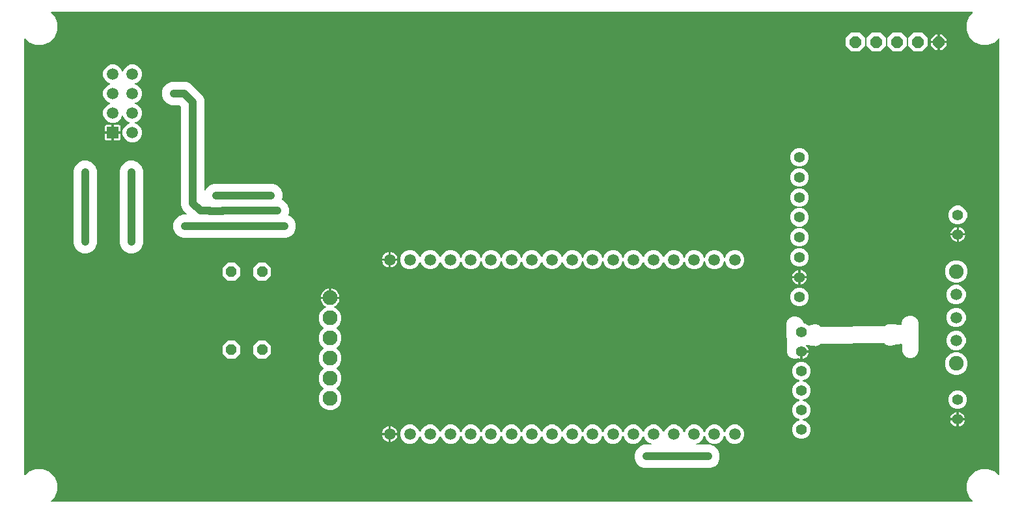
<source format=gbr>
G04 EAGLE Gerber RS-274X export*
G75*
%MOMM*%
%FSLAX34Y34*%
%LPD*%
%INTop Copper*%
%IPPOS*%
%AMOC8*
5,1,8,0,0,1.08239X$1,22.5*%
G01*
%ADD10C,1.399000*%
%ADD11C,1.950000*%
%ADD12C,1.408000*%
%ADD13C,1.508000*%
%ADD14C,1.905000*%
%ADD15P,1.649562X8X202.500000*%
%ADD16R,1.508000X1.508000*%
%ADD17P,1.429621X8X112.500000*%
%ADD18C,0.756400*%
%ADD19C,1.000000*%

G36*
X1243849Y-29066D02*
X1243849Y-29066D01*
X1243921Y-29064D01*
X1243970Y-29046D01*
X1244021Y-29038D01*
X1244084Y-29004D01*
X1244152Y-28979D01*
X1244192Y-28947D01*
X1244238Y-28922D01*
X1244288Y-28870D01*
X1244344Y-28826D01*
X1244372Y-28782D01*
X1244408Y-28744D01*
X1244438Y-28679D01*
X1244477Y-28619D01*
X1244489Y-28568D01*
X1244511Y-28521D01*
X1244519Y-28450D01*
X1244537Y-28380D01*
X1244533Y-28328D01*
X1244538Y-28277D01*
X1244523Y-28206D01*
X1244518Y-28135D01*
X1244497Y-28087D01*
X1244486Y-28036D01*
X1244449Y-27975D01*
X1244421Y-27909D01*
X1244376Y-27853D01*
X1244360Y-27825D01*
X1244342Y-27810D01*
X1244316Y-27778D01*
X1239941Y-23403D01*
X1236339Y-14706D01*
X1236339Y-5294D01*
X1239941Y3403D01*
X1246597Y10059D01*
X1255294Y13661D01*
X1264706Y13661D01*
X1273403Y10059D01*
X1277778Y5684D01*
X1277836Y5642D01*
X1277888Y5592D01*
X1277935Y5570D01*
X1277977Y5540D01*
X1278046Y5519D01*
X1278111Y5489D01*
X1278163Y5483D01*
X1278213Y5468D01*
X1278284Y5470D01*
X1278355Y5462D01*
X1278406Y5473D01*
X1278458Y5474D01*
X1278526Y5499D01*
X1278596Y5514D01*
X1278641Y5541D01*
X1278689Y5558D01*
X1278745Y5603D01*
X1278807Y5640D01*
X1278841Y5680D01*
X1278881Y5712D01*
X1278920Y5772D01*
X1278967Y5827D01*
X1278986Y5875D01*
X1279014Y5919D01*
X1279032Y5989D01*
X1279059Y6055D01*
X1279067Y6126D01*
X1279075Y6158D01*
X1279073Y6181D01*
X1279077Y6222D01*
X1279077Y573778D01*
X1279066Y573849D01*
X1279064Y573921D01*
X1279046Y573970D01*
X1279038Y574021D01*
X1279004Y574084D01*
X1278979Y574152D01*
X1278947Y574192D01*
X1278922Y574238D01*
X1278870Y574288D01*
X1278826Y574344D01*
X1278782Y574372D01*
X1278744Y574408D01*
X1278679Y574438D01*
X1278619Y574477D01*
X1278568Y574489D01*
X1278521Y574511D01*
X1278450Y574519D01*
X1278380Y574537D01*
X1278328Y574533D01*
X1278277Y574538D01*
X1278206Y574523D01*
X1278135Y574518D01*
X1278087Y574497D01*
X1278036Y574486D01*
X1277975Y574449D01*
X1277909Y574421D01*
X1277853Y574376D01*
X1277825Y574360D01*
X1277810Y574342D01*
X1277778Y574316D01*
X1273403Y569941D01*
X1264706Y566339D01*
X1255294Y566339D01*
X1246597Y569941D01*
X1239941Y576597D01*
X1236339Y585294D01*
X1236339Y594706D01*
X1239941Y603403D01*
X1244316Y607778D01*
X1244358Y607836D01*
X1244408Y607888D01*
X1244430Y607935D01*
X1244460Y607977D01*
X1244481Y608046D01*
X1244511Y608111D01*
X1244517Y608163D01*
X1244532Y608213D01*
X1244530Y608284D01*
X1244538Y608355D01*
X1244527Y608406D01*
X1244526Y608458D01*
X1244501Y608526D01*
X1244486Y608596D01*
X1244459Y608641D01*
X1244442Y608689D01*
X1244397Y608745D01*
X1244360Y608807D01*
X1244320Y608841D01*
X1244288Y608881D01*
X1244228Y608920D01*
X1244173Y608967D01*
X1244125Y608986D01*
X1244081Y609014D01*
X1244011Y609032D01*
X1243945Y609059D01*
X1243874Y609067D01*
X1243842Y609075D01*
X1243819Y609073D01*
X1243778Y609077D01*
X46222Y609077D01*
X46151Y609066D01*
X46079Y609064D01*
X46030Y609046D01*
X45979Y609038D01*
X45916Y609004D01*
X45848Y608979D01*
X45808Y608947D01*
X45762Y608922D01*
X45712Y608870D01*
X45656Y608826D01*
X45628Y608782D01*
X45592Y608744D01*
X45562Y608679D01*
X45523Y608619D01*
X45511Y608568D01*
X45489Y608521D01*
X45481Y608450D01*
X45463Y608380D01*
X45467Y608328D01*
X45462Y608277D01*
X45477Y608206D01*
X45482Y608135D01*
X45503Y608087D01*
X45514Y608036D01*
X45551Y607975D01*
X45579Y607909D01*
X45624Y607853D01*
X45640Y607825D01*
X45658Y607810D01*
X45684Y607778D01*
X50059Y603403D01*
X53661Y594706D01*
X53661Y585294D01*
X50059Y576597D01*
X43403Y569941D01*
X34706Y566339D01*
X25294Y566339D01*
X16597Y569941D01*
X12222Y574316D01*
X12164Y574358D01*
X12112Y574408D01*
X12065Y574430D01*
X12023Y574460D01*
X11954Y574481D01*
X11889Y574511D01*
X11837Y574517D01*
X11787Y574532D01*
X11716Y574530D01*
X11645Y574538D01*
X11594Y574527D01*
X11542Y574526D01*
X11474Y574501D01*
X11404Y574486D01*
X11359Y574459D01*
X11311Y574442D01*
X11255Y574397D01*
X11193Y574360D01*
X11159Y574320D01*
X11119Y574288D01*
X11080Y574228D01*
X11033Y574173D01*
X11014Y574125D01*
X10986Y574081D01*
X10968Y574011D01*
X10941Y573945D01*
X10933Y573874D01*
X10925Y573842D01*
X10927Y573819D01*
X10923Y573778D01*
X10923Y6222D01*
X10934Y6151D01*
X10936Y6079D01*
X10954Y6030D01*
X10962Y5979D01*
X10996Y5916D01*
X11021Y5848D01*
X11053Y5808D01*
X11078Y5762D01*
X11130Y5712D01*
X11174Y5656D01*
X11218Y5628D01*
X11256Y5592D01*
X11321Y5562D01*
X11381Y5523D01*
X11432Y5511D01*
X11479Y5489D01*
X11550Y5481D01*
X11620Y5463D01*
X11672Y5467D01*
X11723Y5462D01*
X11794Y5477D01*
X11865Y5482D01*
X11913Y5503D01*
X11964Y5514D01*
X12025Y5551D01*
X12091Y5579D01*
X12147Y5624D01*
X12175Y5640D01*
X12190Y5658D01*
X12222Y5684D01*
X16597Y10059D01*
X25294Y13661D01*
X34706Y13661D01*
X43403Y10059D01*
X50059Y3403D01*
X53661Y-5294D01*
X53661Y-14706D01*
X50059Y-23403D01*
X45684Y-27778D01*
X45642Y-27836D01*
X45592Y-27888D01*
X45570Y-27935D01*
X45540Y-27977D01*
X45519Y-28046D01*
X45489Y-28111D01*
X45483Y-28163D01*
X45468Y-28213D01*
X45470Y-28284D01*
X45462Y-28355D01*
X45473Y-28406D01*
X45474Y-28458D01*
X45499Y-28526D01*
X45514Y-28596D01*
X45541Y-28641D01*
X45558Y-28689D01*
X45603Y-28745D01*
X45640Y-28807D01*
X45680Y-28841D01*
X45712Y-28881D01*
X45772Y-28920D01*
X45827Y-28967D01*
X45875Y-28986D01*
X45919Y-29014D01*
X45989Y-29032D01*
X46055Y-29059D01*
X46126Y-29067D01*
X46158Y-29075D01*
X46181Y-29073D01*
X46222Y-29077D01*
X1243778Y-29077D01*
X1243849Y-29066D01*
G37*
%LPC*%
G36*
X228794Y314519D02*
X228794Y314519D01*
X228161Y314781D01*
X228097Y314796D01*
X228037Y314821D01*
X227954Y314830D01*
X227922Y314837D01*
X227902Y314836D01*
X227870Y314839D01*
X216984Y314839D01*
X211412Y317147D01*
X207147Y321412D01*
X204839Y326984D01*
X204839Y333016D01*
X207147Y338588D01*
X211412Y342853D01*
X216984Y345161D01*
X221561Y345161D01*
X221632Y345172D01*
X221703Y345174D01*
X221752Y345192D01*
X221804Y345200D01*
X221867Y345234D01*
X221934Y345259D01*
X221975Y345291D01*
X222021Y345316D01*
X222070Y345368D01*
X222126Y345412D01*
X222155Y345456D01*
X222190Y345494D01*
X222221Y345559D01*
X222259Y345619D01*
X222272Y345670D01*
X222294Y345717D01*
X222302Y345788D01*
X222319Y345858D01*
X222315Y345910D01*
X222321Y345961D01*
X222306Y346032D01*
X222300Y346103D01*
X222280Y346151D01*
X222269Y346202D01*
X222232Y346263D01*
X222204Y346329D01*
X222159Y346385D01*
X222143Y346413D01*
X222125Y346428D01*
X222099Y346460D01*
X221519Y347040D01*
X217147Y351412D01*
X214839Y356984D01*
X214839Y485405D01*
X214825Y485495D01*
X214817Y485586D01*
X214805Y485616D01*
X214800Y485648D01*
X214757Y485728D01*
X214721Y485812D01*
X214695Y485844D01*
X214684Y485865D01*
X214661Y485887D01*
X214616Y485943D01*
X212943Y487616D01*
X212869Y487669D01*
X212800Y487729D01*
X212770Y487741D01*
X212743Y487760D01*
X212656Y487787D01*
X212572Y487821D01*
X212531Y487825D01*
X212508Y487832D01*
X212476Y487831D01*
X212405Y487839D01*
X201984Y487839D01*
X196412Y490147D01*
X192147Y494412D01*
X189839Y499984D01*
X189839Y506016D01*
X192147Y511588D01*
X196412Y515853D01*
X201984Y518161D01*
X222016Y518161D01*
X227588Y515853D01*
X242853Y500588D01*
X245161Y495016D01*
X245161Y377619D01*
X245176Y377523D01*
X245186Y377426D01*
X245196Y377402D01*
X245200Y377376D01*
X245246Y377290D01*
X245286Y377201D01*
X245303Y377182D01*
X245316Y377159D01*
X245386Y377092D01*
X245452Y377020D01*
X245475Y377007D01*
X245494Y376989D01*
X245582Y376948D01*
X245668Y376901D01*
X245693Y376897D01*
X245717Y376886D01*
X245814Y376875D01*
X245910Y376858D01*
X245936Y376861D01*
X245961Y376859D01*
X246057Y376879D01*
X246153Y376893D01*
X246176Y376905D01*
X246202Y376911D01*
X246285Y376961D01*
X246372Y377005D01*
X246391Y377024D01*
X246413Y377037D01*
X246476Y377111D01*
X246544Y377181D01*
X246560Y377209D01*
X246573Y377224D01*
X246585Y377255D01*
X246625Y377327D01*
X247147Y378588D01*
X251572Y383013D01*
X257144Y385321D01*
X334665Y385321D01*
X340237Y383013D01*
X344502Y378748D01*
X346810Y373176D01*
X346810Y367144D01*
X345844Y364813D01*
X345840Y364794D01*
X345830Y364776D01*
X345812Y364674D01*
X345788Y364573D01*
X345790Y364554D01*
X345787Y364534D01*
X345802Y364432D01*
X345811Y364329D01*
X345819Y364310D01*
X345822Y364291D01*
X345869Y364198D01*
X345911Y364104D01*
X345925Y364089D01*
X345934Y364071D01*
X346008Y363999D01*
X346078Y363923D01*
X346095Y363913D01*
X346109Y363899D01*
X346256Y363818D01*
X348588Y362853D01*
X352853Y358588D01*
X355161Y353016D01*
X355161Y346984D01*
X354267Y344826D01*
X354262Y344807D01*
X354253Y344789D01*
X354234Y344687D01*
X354211Y344587D01*
X354212Y344567D01*
X354209Y344547D01*
X354224Y344445D01*
X354234Y344342D01*
X354242Y344323D01*
X354245Y344304D01*
X354292Y344211D01*
X354334Y344117D01*
X354347Y344102D01*
X354356Y344084D01*
X354430Y344012D01*
X354500Y343936D01*
X354518Y343926D01*
X354532Y343912D01*
X354679Y343831D01*
X357428Y342693D01*
X361693Y338428D01*
X364001Y332856D01*
X364001Y326824D01*
X361693Y321252D01*
X357428Y316987D01*
X351856Y314679D01*
X280254Y314679D01*
X280190Y314669D01*
X280124Y314668D01*
X280044Y314645D01*
X280012Y314640D01*
X279994Y314630D01*
X279963Y314621D01*
X279717Y314519D01*
X228794Y314519D01*
G37*
%LPD*%
%LPC*%
G36*
X816984Y14839D02*
X816984Y14839D01*
X811412Y17147D01*
X807147Y21412D01*
X804839Y26984D01*
X804839Y33016D01*
X807147Y38588D01*
X811412Y42853D01*
X816984Y45161D01*
X826134Y45161D01*
X826230Y45176D01*
X826327Y45186D01*
X826351Y45196D01*
X826377Y45200D01*
X826463Y45246D01*
X826552Y45286D01*
X826571Y45303D01*
X826594Y45316D01*
X826661Y45386D01*
X826733Y45452D01*
X826746Y45475D01*
X826764Y45494D01*
X826805Y45582D01*
X826852Y45668D01*
X826856Y45693D01*
X826867Y45717D01*
X826878Y45814D01*
X826895Y45910D01*
X826891Y45936D01*
X826894Y45961D01*
X826874Y46057D01*
X826860Y46153D01*
X826848Y46176D01*
X826842Y46202D01*
X826792Y46285D01*
X826748Y46372D01*
X826729Y46391D01*
X826716Y46413D01*
X826642Y46476D01*
X826572Y46544D01*
X826544Y46560D01*
X826529Y46573D01*
X826498Y46585D01*
X826425Y46625D01*
X822096Y48418D01*
X818568Y51946D01*
X816703Y56449D01*
X816665Y56510D01*
X816636Y56576D01*
X816601Y56614D01*
X816574Y56658D01*
X816518Y56704D01*
X816470Y56757D01*
X816424Y56782D01*
X816384Y56815D01*
X816317Y56841D01*
X816254Y56875D01*
X816203Y56885D01*
X816155Y56903D01*
X816083Y56906D01*
X816012Y56919D01*
X815961Y56911D01*
X815909Y56914D01*
X815840Y56894D01*
X815769Y56883D01*
X815723Y56860D01*
X815673Y56845D01*
X815614Y56804D01*
X815550Y56772D01*
X815513Y56735D01*
X815471Y56705D01*
X815428Y56647D01*
X815378Y56596D01*
X815343Y56533D01*
X815324Y56508D01*
X815317Y56485D01*
X815297Y56449D01*
X813432Y51946D01*
X809904Y48418D01*
X805295Y46509D01*
X800305Y46509D01*
X795696Y48418D01*
X792168Y51946D01*
X790303Y56449D01*
X790266Y56510D01*
X790236Y56576D01*
X790201Y56614D01*
X790174Y56658D01*
X790119Y56704D01*
X790070Y56757D01*
X790024Y56782D01*
X789984Y56815D01*
X789917Y56841D01*
X789854Y56875D01*
X789803Y56885D01*
X789755Y56903D01*
X789683Y56906D01*
X789612Y56919D01*
X789561Y56911D01*
X789509Y56914D01*
X789440Y56894D01*
X789369Y56883D01*
X789323Y56860D01*
X789273Y56845D01*
X789214Y56804D01*
X789150Y56772D01*
X789113Y56735D01*
X789071Y56705D01*
X789028Y56647D01*
X788978Y56596D01*
X788943Y56533D01*
X788924Y56507D01*
X788917Y56485D01*
X788897Y56449D01*
X787032Y51946D01*
X783504Y48418D01*
X778895Y46509D01*
X773905Y46509D01*
X769296Y48418D01*
X765768Y51946D01*
X763903Y56449D01*
X763866Y56510D01*
X763836Y56576D01*
X763801Y56614D01*
X763774Y56658D01*
X763719Y56704D01*
X763670Y56757D01*
X763624Y56782D01*
X763584Y56815D01*
X763517Y56841D01*
X763454Y56875D01*
X763403Y56885D01*
X763355Y56903D01*
X763283Y56906D01*
X763212Y56919D01*
X763161Y56911D01*
X763109Y56914D01*
X763040Y56894D01*
X762969Y56883D01*
X762923Y56860D01*
X762873Y56845D01*
X762814Y56804D01*
X762750Y56772D01*
X762713Y56735D01*
X762671Y56705D01*
X762628Y56647D01*
X762578Y56596D01*
X762543Y56533D01*
X762524Y56507D01*
X762517Y56485D01*
X762497Y56449D01*
X760632Y51946D01*
X757104Y48418D01*
X752495Y46509D01*
X747505Y46509D01*
X742896Y48418D01*
X739368Y51946D01*
X737503Y56449D01*
X737466Y56510D01*
X737436Y56576D01*
X737401Y56614D01*
X737374Y56658D01*
X737319Y56704D01*
X737270Y56757D01*
X737224Y56782D01*
X737184Y56815D01*
X737117Y56841D01*
X737054Y56875D01*
X737003Y56885D01*
X736955Y56903D01*
X736883Y56906D01*
X736812Y56919D01*
X736761Y56911D01*
X736709Y56914D01*
X736640Y56894D01*
X736569Y56883D01*
X736523Y56860D01*
X736473Y56845D01*
X736414Y56804D01*
X736350Y56772D01*
X736313Y56735D01*
X736271Y56705D01*
X736228Y56647D01*
X736178Y56596D01*
X736143Y56533D01*
X736124Y56507D01*
X736117Y56485D01*
X736097Y56449D01*
X734232Y51946D01*
X730704Y48418D01*
X726095Y46509D01*
X721105Y46509D01*
X716496Y48418D01*
X712968Y51946D01*
X711103Y56449D01*
X711066Y56510D01*
X711036Y56576D01*
X711001Y56614D01*
X710974Y56658D01*
X710919Y56704D01*
X710870Y56757D01*
X710824Y56782D01*
X710784Y56815D01*
X710717Y56841D01*
X710654Y56875D01*
X710603Y56885D01*
X710555Y56903D01*
X710483Y56906D01*
X710412Y56919D01*
X710361Y56911D01*
X710309Y56914D01*
X710240Y56894D01*
X710169Y56883D01*
X710123Y56860D01*
X710073Y56845D01*
X710014Y56804D01*
X709950Y56772D01*
X709913Y56735D01*
X709871Y56705D01*
X709828Y56647D01*
X709778Y56596D01*
X709743Y56533D01*
X709724Y56507D01*
X709717Y56485D01*
X709697Y56449D01*
X707832Y51946D01*
X704304Y48418D01*
X699695Y46509D01*
X694705Y46509D01*
X690096Y48418D01*
X686568Y51946D01*
X684703Y56449D01*
X684666Y56510D01*
X684636Y56576D01*
X684601Y56614D01*
X684574Y56658D01*
X684519Y56704D01*
X684470Y56757D01*
X684424Y56782D01*
X684384Y56815D01*
X684317Y56841D01*
X684254Y56875D01*
X684203Y56885D01*
X684155Y56903D01*
X684083Y56906D01*
X684012Y56919D01*
X683961Y56911D01*
X683909Y56914D01*
X683840Y56894D01*
X683769Y56883D01*
X683723Y56860D01*
X683673Y56845D01*
X683614Y56804D01*
X683550Y56772D01*
X683513Y56735D01*
X683471Y56705D01*
X683428Y56647D01*
X683378Y56596D01*
X683343Y56533D01*
X683324Y56507D01*
X683317Y56485D01*
X683297Y56449D01*
X681432Y51946D01*
X677904Y48418D01*
X673295Y46509D01*
X668305Y46509D01*
X663696Y48418D01*
X660168Y51946D01*
X658303Y56449D01*
X658266Y56510D01*
X658236Y56576D01*
X658201Y56614D01*
X658174Y56658D01*
X658119Y56704D01*
X658070Y56757D01*
X658024Y56782D01*
X657984Y56815D01*
X657917Y56841D01*
X657854Y56875D01*
X657803Y56885D01*
X657755Y56903D01*
X657683Y56906D01*
X657612Y56919D01*
X657561Y56911D01*
X657509Y56914D01*
X657440Y56894D01*
X657369Y56883D01*
X657323Y56860D01*
X657273Y56845D01*
X657214Y56804D01*
X657150Y56772D01*
X657113Y56735D01*
X657071Y56705D01*
X657028Y56647D01*
X656978Y56596D01*
X656943Y56533D01*
X656924Y56507D01*
X656917Y56485D01*
X656897Y56449D01*
X655032Y51946D01*
X651504Y48418D01*
X646895Y46509D01*
X641905Y46509D01*
X637296Y48418D01*
X633768Y51946D01*
X631903Y56449D01*
X631866Y56510D01*
X631836Y56576D01*
X631801Y56614D01*
X631774Y56658D01*
X631719Y56704D01*
X631670Y56757D01*
X631624Y56782D01*
X631584Y56815D01*
X631517Y56841D01*
X631454Y56875D01*
X631403Y56885D01*
X631355Y56903D01*
X631283Y56906D01*
X631212Y56919D01*
X631161Y56911D01*
X631109Y56914D01*
X631040Y56894D01*
X630969Y56883D01*
X630923Y56860D01*
X630873Y56845D01*
X630814Y56804D01*
X630750Y56772D01*
X630713Y56735D01*
X630671Y56705D01*
X630628Y56647D01*
X630578Y56596D01*
X630543Y56533D01*
X630524Y56507D01*
X630517Y56485D01*
X630497Y56449D01*
X628632Y51946D01*
X625104Y48418D01*
X620495Y46509D01*
X615505Y46509D01*
X610896Y48418D01*
X607368Y51946D01*
X605503Y56449D01*
X605466Y56510D01*
X605436Y56576D01*
X605401Y56614D01*
X605374Y56658D01*
X605319Y56704D01*
X605270Y56757D01*
X605224Y56782D01*
X605184Y56815D01*
X605117Y56841D01*
X605054Y56875D01*
X605003Y56885D01*
X604955Y56903D01*
X604883Y56906D01*
X604812Y56919D01*
X604761Y56911D01*
X604709Y56914D01*
X604640Y56894D01*
X604569Y56883D01*
X604523Y56860D01*
X604473Y56845D01*
X604414Y56804D01*
X604350Y56772D01*
X604313Y56735D01*
X604271Y56705D01*
X604228Y56647D01*
X604178Y56596D01*
X604143Y56533D01*
X604124Y56507D01*
X604117Y56485D01*
X604097Y56449D01*
X602232Y51946D01*
X598704Y48418D01*
X594095Y46509D01*
X589105Y46509D01*
X584496Y48418D01*
X580968Y51946D01*
X579103Y56449D01*
X579066Y56510D01*
X579036Y56576D01*
X579001Y56614D01*
X578974Y56658D01*
X578919Y56704D01*
X578870Y56757D01*
X578824Y56782D01*
X578784Y56815D01*
X578717Y56841D01*
X578654Y56875D01*
X578603Y56885D01*
X578555Y56903D01*
X578483Y56906D01*
X578412Y56919D01*
X578361Y56911D01*
X578309Y56914D01*
X578240Y56894D01*
X578169Y56883D01*
X578123Y56860D01*
X578073Y56845D01*
X578014Y56804D01*
X577950Y56772D01*
X577913Y56735D01*
X577871Y56705D01*
X577828Y56647D01*
X577778Y56596D01*
X577743Y56533D01*
X577724Y56507D01*
X577717Y56485D01*
X577697Y56449D01*
X575832Y51946D01*
X572304Y48418D01*
X567695Y46509D01*
X562705Y46509D01*
X558096Y48418D01*
X554568Y51946D01*
X552703Y56449D01*
X552666Y56510D01*
X552636Y56576D01*
X552601Y56614D01*
X552574Y56658D01*
X552519Y56704D01*
X552470Y56757D01*
X552424Y56782D01*
X552384Y56815D01*
X552317Y56841D01*
X552254Y56875D01*
X552203Y56885D01*
X552155Y56903D01*
X552083Y56906D01*
X552012Y56919D01*
X551961Y56911D01*
X551909Y56914D01*
X551840Y56894D01*
X551769Y56883D01*
X551723Y56860D01*
X551673Y56845D01*
X551614Y56804D01*
X551550Y56772D01*
X551513Y56735D01*
X551471Y56705D01*
X551428Y56647D01*
X551378Y56596D01*
X551343Y56533D01*
X551324Y56507D01*
X551317Y56485D01*
X551297Y56449D01*
X549432Y51946D01*
X545904Y48418D01*
X541295Y46509D01*
X536305Y46509D01*
X531696Y48418D01*
X528168Y51946D01*
X526303Y56449D01*
X526266Y56510D01*
X526236Y56576D01*
X526201Y56614D01*
X526174Y56658D01*
X526119Y56704D01*
X526070Y56757D01*
X526024Y56782D01*
X525984Y56815D01*
X525917Y56841D01*
X525854Y56875D01*
X525803Y56885D01*
X525755Y56903D01*
X525683Y56906D01*
X525612Y56919D01*
X525561Y56911D01*
X525509Y56914D01*
X525440Y56894D01*
X525369Y56883D01*
X525323Y56860D01*
X525273Y56845D01*
X525214Y56804D01*
X525150Y56772D01*
X525113Y56735D01*
X525071Y56705D01*
X525028Y56647D01*
X524978Y56596D01*
X524943Y56533D01*
X524924Y56507D01*
X524917Y56485D01*
X524897Y56449D01*
X523032Y51946D01*
X519504Y48418D01*
X514895Y46509D01*
X509905Y46509D01*
X505296Y48418D01*
X501768Y51946D01*
X499859Y56555D01*
X499859Y61545D01*
X501768Y66154D01*
X505296Y69682D01*
X509905Y71591D01*
X514895Y71591D01*
X519504Y69682D01*
X523032Y66154D01*
X524897Y61651D01*
X524935Y61590D01*
X524964Y61524D01*
X524999Y61486D01*
X525026Y61442D01*
X525082Y61396D01*
X525130Y61343D01*
X525176Y61318D01*
X525216Y61285D01*
X525283Y61259D01*
X525346Y61225D01*
X525397Y61215D01*
X525445Y61197D01*
X525517Y61194D01*
X525588Y61181D01*
X525639Y61189D01*
X525691Y61186D01*
X525760Y61206D01*
X525831Y61217D01*
X525877Y61240D01*
X525927Y61255D01*
X525986Y61296D01*
X526050Y61328D01*
X526087Y61365D01*
X526129Y61395D01*
X526172Y61453D01*
X526222Y61504D01*
X526257Y61567D01*
X526276Y61593D01*
X526283Y61615D01*
X526303Y61651D01*
X528168Y66154D01*
X531696Y69682D01*
X536305Y71591D01*
X541295Y71591D01*
X545904Y69682D01*
X549432Y66154D01*
X551297Y61651D01*
X551335Y61590D01*
X551364Y61524D01*
X551399Y61486D01*
X551426Y61442D01*
X551482Y61396D01*
X551530Y61343D01*
X551576Y61318D01*
X551616Y61285D01*
X551683Y61259D01*
X551746Y61225D01*
X551797Y61215D01*
X551845Y61197D01*
X551917Y61194D01*
X551988Y61181D01*
X552039Y61189D01*
X552091Y61186D01*
X552160Y61206D01*
X552231Y61217D01*
X552277Y61240D01*
X552327Y61255D01*
X552386Y61296D01*
X552450Y61328D01*
X552487Y61365D01*
X552529Y61395D01*
X552572Y61453D01*
X552622Y61504D01*
X552657Y61567D01*
X552676Y61593D01*
X552683Y61615D01*
X552703Y61651D01*
X554568Y66154D01*
X558096Y69682D01*
X562705Y71591D01*
X567695Y71591D01*
X572304Y69682D01*
X575832Y66154D01*
X577697Y61651D01*
X577735Y61590D01*
X577764Y61524D01*
X577799Y61486D01*
X577826Y61442D01*
X577882Y61396D01*
X577930Y61343D01*
X577976Y61318D01*
X578016Y61285D01*
X578083Y61259D01*
X578146Y61225D01*
X578197Y61215D01*
X578245Y61197D01*
X578317Y61194D01*
X578388Y61181D01*
X578439Y61189D01*
X578491Y61186D01*
X578560Y61206D01*
X578631Y61217D01*
X578677Y61240D01*
X578727Y61255D01*
X578786Y61296D01*
X578850Y61328D01*
X578887Y61365D01*
X578929Y61395D01*
X578972Y61453D01*
X579022Y61504D01*
X579057Y61567D01*
X579076Y61593D01*
X579083Y61615D01*
X579103Y61651D01*
X580968Y66154D01*
X584496Y69682D01*
X589105Y71591D01*
X594095Y71591D01*
X598704Y69682D01*
X602232Y66154D01*
X604097Y61651D01*
X604135Y61590D01*
X604164Y61524D01*
X604199Y61486D01*
X604226Y61442D01*
X604282Y61396D01*
X604330Y61343D01*
X604376Y61318D01*
X604416Y61285D01*
X604483Y61259D01*
X604546Y61225D01*
X604597Y61215D01*
X604645Y61197D01*
X604717Y61194D01*
X604788Y61181D01*
X604839Y61189D01*
X604891Y61186D01*
X604960Y61206D01*
X605031Y61217D01*
X605077Y61240D01*
X605127Y61255D01*
X605186Y61296D01*
X605250Y61328D01*
X605287Y61365D01*
X605329Y61395D01*
X605372Y61453D01*
X605422Y61504D01*
X605457Y61567D01*
X605476Y61593D01*
X605483Y61615D01*
X605503Y61651D01*
X607368Y66154D01*
X610896Y69682D01*
X615505Y71591D01*
X620495Y71591D01*
X625104Y69682D01*
X628632Y66154D01*
X630497Y61651D01*
X630535Y61590D01*
X630564Y61524D01*
X630599Y61486D01*
X630626Y61442D01*
X630682Y61396D01*
X630730Y61343D01*
X630776Y61318D01*
X630816Y61285D01*
X630883Y61259D01*
X630946Y61225D01*
X630997Y61215D01*
X631045Y61197D01*
X631117Y61194D01*
X631188Y61181D01*
X631239Y61189D01*
X631291Y61186D01*
X631360Y61206D01*
X631431Y61217D01*
X631477Y61240D01*
X631527Y61255D01*
X631586Y61296D01*
X631650Y61328D01*
X631687Y61365D01*
X631729Y61395D01*
X631772Y61453D01*
X631822Y61504D01*
X631857Y61567D01*
X631876Y61593D01*
X631883Y61615D01*
X631903Y61651D01*
X633768Y66154D01*
X637296Y69682D01*
X641905Y71591D01*
X646895Y71591D01*
X651504Y69682D01*
X655032Y66154D01*
X656897Y61651D01*
X656935Y61590D01*
X656964Y61524D01*
X656999Y61486D01*
X657026Y61442D01*
X657082Y61396D01*
X657130Y61343D01*
X657176Y61318D01*
X657216Y61285D01*
X657283Y61259D01*
X657346Y61225D01*
X657397Y61215D01*
X657445Y61197D01*
X657517Y61194D01*
X657588Y61181D01*
X657639Y61189D01*
X657691Y61186D01*
X657760Y61206D01*
X657831Y61217D01*
X657877Y61240D01*
X657927Y61255D01*
X657986Y61296D01*
X658050Y61328D01*
X658087Y61365D01*
X658129Y61395D01*
X658172Y61453D01*
X658222Y61504D01*
X658257Y61567D01*
X658276Y61593D01*
X658283Y61615D01*
X658303Y61651D01*
X660168Y66154D01*
X663696Y69682D01*
X668305Y71591D01*
X673295Y71591D01*
X677904Y69682D01*
X681432Y66154D01*
X683297Y61651D01*
X683335Y61590D01*
X683364Y61524D01*
X683399Y61486D01*
X683426Y61442D01*
X683482Y61396D01*
X683530Y61343D01*
X683576Y61318D01*
X683616Y61285D01*
X683683Y61259D01*
X683746Y61225D01*
X683797Y61215D01*
X683845Y61197D01*
X683917Y61194D01*
X683988Y61181D01*
X684039Y61189D01*
X684091Y61186D01*
X684160Y61206D01*
X684231Y61217D01*
X684277Y61240D01*
X684327Y61255D01*
X684386Y61296D01*
X684450Y61328D01*
X684487Y61365D01*
X684529Y61395D01*
X684572Y61453D01*
X684622Y61504D01*
X684657Y61567D01*
X684676Y61593D01*
X684683Y61615D01*
X684703Y61651D01*
X686568Y66154D01*
X690096Y69682D01*
X694705Y71591D01*
X699695Y71591D01*
X704304Y69682D01*
X707832Y66154D01*
X709697Y61651D01*
X709735Y61590D01*
X709764Y61524D01*
X709799Y61486D01*
X709826Y61442D01*
X709882Y61396D01*
X709930Y61343D01*
X709976Y61318D01*
X710016Y61285D01*
X710083Y61259D01*
X710146Y61225D01*
X710197Y61215D01*
X710245Y61197D01*
X710317Y61194D01*
X710388Y61181D01*
X710439Y61189D01*
X710491Y61186D01*
X710560Y61206D01*
X710631Y61217D01*
X710677Y61240D01*
X710727Y61255D01*
X710786Y61296D01*
X710850Y61328D01*
X710887Y61365D01*
X710929Y61395D01*
X710972Y61453D01*
X711022Y61504D01*
X711057Y61567D01*
X711076Y61593D01*
X711083Y61615D01*
X711103Y61651D01*
X712968Y66154D01*
X716496Y69682D01*
X721105Y71591D01*
X726095Y71591D01*
X730704Y69682D01*
X734232Y66154D01*
X736097Y61651D01*
X736135Y61590D01*
X736164Y61524D01*
X736199Y61486D01*
X736226Y61442D01*
X736282Y61396D01*
X736330Y61343D01*
X736376Y61318D01*
X736416Y61285D01*
X736483Y61259D01*
X736546Y61225D01*
X736597Y61215D01*
X736645Y61197D01*
X736717Y61194D01*
X736788Y61181D01*
X736839Y61189D01*
X736891Y61186D01*
X736960Y61206D01*
X737031Y61217D01*
X737077Y61240D01*
X737127Y61255D01*
X737186Y61296D01*
X737250Y61328D01*
X737287Y61365D01*
X737329Y61395D01*
X737372Y61453D01*
X737422Y61504D01*
X737457Y61567D01*
X737476Y61593D01*
X737483Y61615D01*
X737503Y61651D01*
X739368Y66154D01*
X742896Y69682D01*
X747505Y71591D01*
X752495Y71591D01*
X757104Y69682D01*
X760632Y66154D01*
X762497Y61651D01*
X762535Y61590D01*
X762564Y61524D01*
X762599Y61486D01*
X762626Y61442D01*
X762682Y61396D01*
X762730Y61343D01*
X762776Y61318D01*
X762816Y61285D01*
X762883Y61259D01*
X762946Y61225D01*
X762997Y61215D01*
X763045Y61197D01*
X763117Y61194D01*
X763188Y61181D01*
X763239Y61189D01*
X763291Y61186D01*
X763360Y61206D01*
X763431Y61217D01*
X763477Y61240D01*
X763527Y61255D01*
X763586Y61296D01*
X763650Y61328D01*
X763687Y61365D01*
X763729Y61395D01*
X763772Y61453D01*
X763822Y61504D01*
X763857Y61567D01*
X763876Y61593D01*
X763883Y61615D01*
X763903Y61651D01*
X765768Y66154D01*
X769296Y69682D01*
X773905Y71591D01*
X778895Y71591D01*
X783504Y69682D01*
X787032Y66154D01*
X788897Y61651D01*
X788935Y61590D01*
X788964Y61524D01*
X788999Y61486D01*
X789026Y61442D01*
X789082Y61396D01*
X789130Y61343D01*
X789176Y61318D01*
X789216Y61285D01*
X789283Y61259D01*
X789346Y61225D01*
X789397Y61215D01*
X789445Y61197D01*
X789517Y61194D01*
X789588Y61181D01*
X789639Y61189D01*
X789691Y61186D01*
X789760Y61206D01*
X789831Y61217D01*
X789877Y61240D01*
X789927Y61255D01*
X789986Y61296D01*
X790050Y61328D01*
X790087Y61365D01*
X790129Y61395D01*
X790172Y61453D01*
X790222Y61504D01*
X790257Y61567D01*
X790276Y61593D01*
X790283Y61615D01*
X790303Y61651D01*
X792168Y66154D01*
X795696Y69682D01*
X800305Y71591D01*
X805295Y71591D01*
X809904Y69682D01*
X813432Y66154D01*
X815297Y61651D01*
X815335Y61590D01*
X815364Y61524D01*
X815399Y61486D01*
X815426Y61442D01*
X815482Y61396D01*
X815530Y61343D01*
X815576Y61318D01*
X815616Y61285D01*
X815683Y61259D01*
X815746Y61225D01*
X815797Y61215D01*
X815845Y61197D01*
X815917Y61194D01*
X815988Y61181D01*
X816039Y61189D01*
X816091Y61186D01*
X816160Y61206D01*
X816231Y61217D01*
X816277Y61240D01*
X816327Y61255D01*
X816386Y61296D01*
X816450Y61328D01*
X816487Y61365D01*
X816529Y61395D01*
X816572Y61453D01*
X816622Y61504D01*
X816657Y61567D01*
X816676Y61592D01*
X816683Y61615D01*
X816703Y61651D01*
X818568Y66154D01*
X822096Y69682D01*
X826705Y71591D01*
X831695Y71591D01*
X836304Y69682D01*
X839832Y66154D01*
X841697Y61651D01*
X841735Y61590D01*
X841764Y61524D01*
X841799Y61486D01*
X841826Y61442D01*
X841882Y61396D01*
X841930Y61343D01*
X841976Y61318D01*
X842016Y61285D01*
X842083Y61259D01*
X842146Y61225D01*
X842197Y61215D01*
X842245Y61197D01*
X842317Y61194D01*
X842388Y61181D01*
X842439Y61189D01*
X842491Y61186D01*
X842560Y61206D01*
X842631Y61217D01*
X842677Y61240D01*
X842727Y61255D01*
X842786Y61296D01*
X842850Y61328D01*
X842887Y61365D01*
X842929Y61395D01*
X842972Y61453D01*
X843022Y61504D01*
X843057Y61567D01*
X843076Y61592D01*
X843083Y61615D01*
X843103Y61651D01*
X844968Y66154D01*
X848496Y69682D01*
X853105Y71591D01*
X858095Y71591D01*
X862704Y69682D01*
X866232Y66154D01*
X868097Y61651D01*
X868135Y61590D01*
X868164Y61524D01*
X868199Y61486D01*
X868226Y61442D01*
X868282Y61396D01*
X868330Y61343D01*
X868376Y61318D01*
X868416Y61285D01*
X868483Y61259D01*
X868546Y61225D01*
X868597Y61215D01*
X868645Y61197D01*
X868717Y61194D01*
X868788Y61181D01*
X868839Y61189D01*
X868891Y61186D01*
X868960Y61206D01*
X869031Y61217D01*
X869077Y61240D01*
X869127Y61255D01*
X869186Y61296D01*
X869250Y61328D01*
X869287Y61365D01*
X869329Y61395D01*
X869372Y61453D01*
X869422Y61504D01*
X869457Y61567D01*
X869476Y61592D01*
X869483Y61615D01*
X869503Y61651D01*
X871368Y66154D01*
X874896Y69682D01*
X879505Y71591D01*
X884495Y71591D01*
X889104Y69682D01*
X892632Y66154D01*
X894497Y61651D01*
X894535Y61590D01*
X894564Y61524D01*
X894599Y61486D01*
X894626Y61442D01*
X894682Y61396D01*
X894730Y61343D01*
X894776Y61318D01*
X894816Y61285D01*
X894883Y61259D01*
X894946Y61225D01*
X894997Y61215D01*
X895045Y61197D01*
X895117Y61194D01*
X895188Y61181D01*
X895239Y61189D01*
X895291Y61186D01*
X895360Y61206D01*
X895431Y61217D01*
X895477Y61240D01*
X895527Y61255D01*
X895586Y61296D01*
X895650Y61328D01*
X895687Y61365D01*
X895729Y61395D01*
X895772Y61453D01*
X895822Y61504D01*
X895857Y61567D01*
X895876Y61592D01*
X895883Y61615D01*
X895903Y61651D01*
X897768Y66154D01*
X901296Y69682D01*
X905905Y71591D01*
X910895Y71591D01*
X915504Y69682D01*
X919032Y66154D01*
X920897Y61651D01*
X920935Y61590D01*
X920964Y61524D01*
X920999Y61486D01*
X921026Y61442D01*
X921082Y61396D01*
X921130Y61343D01*
X921176Y61318D01*
X921216Y61285D01*
X921283Y61259D01*
X921346Y61225D01*
X921397Y61215D01*
X921445Y61197D01*
X921517Y61194D01*
X921588Y61181D01*
X921639Y61189D01*
X921691Y61186D01*
X921760Y61206D01*
X921831Y61217D01*
X921877Y61240D01*
X921927Y61255D01*
X921986Y61296D01*
X922050Y61328D01*
X922087Y61365D01*
X922129Y61395D01*
X922172Y61453D01*
X922222Y61504D01*
X922257Y61567D01*
X922276Y61592D01*
X922283Y61615D01*
X922303Y61651D01*
X924168Y66154D01*
X927696Y69682D01*
X932305Y71591D01*
X937295Y71591D01*
X941904Y69682D01*
X945432Y66154D01*
X947341Y61545D01*
X947341Y56555D01*
X945432Y51946D01*
X941904Y48418D01*
X937295Y46509D01*
X932305Y46509D01*
X927696Y48418D01*
X924168Y51946D01*
X922303Y56449D01*
X922265Y56510D01*
X922236Y56576D01*
X922201Y56614D01*
X922174Y56658D01*
X922118Y56704D01*
X922070Y56757D01*
X922024Y56782D01*
X921984Y56815D01*
X921917Y56841D01*
X921854Y56875D01*
X921803Y56885D01*
X921755Y56903D01*
X921683Y56906D01*
X921612Y56919D01*
X921561Y56911D01*
X921509Y56914D01*
X921440Y56894D01*
X921369Y56883D01*
X921323Y56860D01*
X921273Y56845D01*
X921214Y56804D01*
X921150Y56772D01*
X921113Y56735D01*
X921071Y56705D01*
X921028Y56647D01*
X920978Y56596D01*
X920943Y56533D01*
X920924Y56508D01*
X920917Y56485D01*
X920897Y56449D01*
X919032Y51946D01*
X915504Y48418D01*
X910895Y46509D01*
X905905Y46509D01*
X901296Y48418D01*
X897768Y51946D01*
X895903Y56449D01*
X895865Y56510D01*
X895836Y56576D01*
X895801Y56614D01*
X895774Y56658D01*
X895718Y56704D01*
X895670Y56757D01*
X895624Y56782D01*
X895584Y56815D01*
X895517Y56841D01*
X895454Y56875D01*
X895403Y56885D01*
X895355Y56903D01*
X895283Y56906D01*
X895212Y56919D01*
X895161Y56911D01*
X895109Y56914D01*
X895040Y56894D01*
X894969Y56883D01*
X894923Y56860D01*
X894873Y56845D01*
X894814Y56804D01*
X894750Y56772D01*
X894713Y56735D01*
X894671Y56705D01*
X894628Y56647D01*
X894578Y56596D01*
X894543Y56533D01*
X894524Y56508D01*
X894517Y56485D01*
X894497Y56449D01*
X892632Y51946D01*
X889104Y48418D01*
X884775Y46625D01*
X884692Y46574D01*
X884606Y46528D01*
X884588Y46510D01*
X884565Y46496D01*
X884503Y46420D01*
X884436Y46350D01*
X884425Y46326D01*
X884409Y46306D01*
X884374Y46215D01*
X884333Y46127D01*
X884330Y46101D01*
X884320Y46077D01*
X884316Y45979D01*
X884306Y45883D01*
X884311Y45857D01*
X884310Y45831D01*
X884337Y45737D01*
X884358Y45642D01*
X884371Y45620D01*
X884379Y45595D01*
X884434Y45515D01*
X884484Y45431D01*
X884504Y45414D01*
X884519Y45393D01*
X884597Y45334D01*
X884671Y45271D01*
X884695Y45261D01*
X884716Y45246D01*
X884809Y45216D01*
X884899Y45179D01*
X884932Y45176D01*
X884950Y45170D01*
X884983Y45170D01*
X885066Y45161D01*
X903016Y45161D01*
X908588Y42853D01*
X912853Y38588D01*
X915161Y33016D01*
X915161Y26984D01*
X912853Y21412D01*
X908588Y17147D01*
X903016Y14839D01*
X816984Y14839D01*
G37*
%LPD*%
%LPC*%
G36*
X509905Y273839D02*
X509905Y273839D01*
X505296Y275748D01*
X501768Y279276D01*
X499859Y283885D01*
X499859Y288875D01*
X501768Y293484D01*
X505296Y297012D01*
X509905Y298921D01*
X514895Y298921D01*
X519504Y297012D01*
X523032Y293484D01*
X524897Y288981D01*
X524935Y288920D01*
X524964Y288854D01*
X524999Y288816D01*
X525026Y288772D01*
X525082Y288726D01*
X525130Y288673D01*
X525176Y288648D01*
X525216Y288615D01*
X525283Y288589D01*
X525346Y288555D01*
X525397Y288545D01*
X525445Y288527D01*
X525517Y288524D01*
X525588Y288511D01*
X525639Y288519D01*
X525691Y288516D01*
X525760Y288536D01*
X525831Y288547D01*
X525877Y288570D01*
X525927Y288585D01*
X525986Y288626D01*
X526050Y288658D01*
X526087Y288695D01*
X526129Y288725D01*
X526172Y288783D01*
X526222Y288834D01*
X526257Y288897D01*
X526276Y288922D01*
X526283Y288945D01*
X526303Y288981D01*
X528168Y293484D01*
X531696Y297012D01*
X536305Y298921D01*
X541295Y298921D01*
X545904Y297012D01*
X549432Y293484D01*
X551297Y288981D01*
X551335Y288920D01*
X551364Y288854D01*
X551399Y288816D01*
X551426Y288772D01*
X551482Y288726D01*
X551530Y288673D01*
X551576Y288648D01*
X551616Y288615D01*
X551683Y288589D01*
X551746Y288555D01*
X551797Y288545D01*
X551845Y288527D01*
X551917Y288524D01*
X551988Y288511D01*
X552039Y288519D01*
X552091Y288516D01*
X552160Y288536D01*
X552231Y288547D01*
X552277Y288570D01*
X552327Y288585D01*
X552386Y288626D01*
X552450Y288658D01*
X552487Y288695D01*
X552529Y288725D01*
X552572Y288783D01*
X552622Y288834D01*
X552657Y288897D01*
X552676Y288922D01*
X552683Y288945D01*
X552703Y288981D01*
X554568Y293484D01*
X558096Y297012D01*
X562705Y298921D01*
X567695Y298921D01*
X572304Y297012D01*
X575832Y293484D01*
X577697Y288981D01*
X577735Y288920D01*
X577764Y288854D01*
X577799Y288816D01*
X577826Y288772D01*
X577882Y288726D01*
X577930Y288673D01*
X577976Y288648D01*
X578016Y288615D01*
X578083Y288589D01*
X578146Y288555D01*
X578197Y288545D01*
X578245Y288527D01*
X578317Y288524D01*
X578388Y288511D01*
X578439Y288519D01*
X578491Y288516D01*
X578560Y288536D01*
X578631Y288547D01*
X578677Y288570D01*
X578727Y288585D01*
X578786Y288626D01*
X578850Y288658D01*
X578887Y288695D01*
X578929Y288725D01*
X578972Y288783D01*
X579022Y288834D01*
X579057Y288897D01*
X579076Y288922D01*
X579083Y288945D01*
X579103Y288981D01*
X580968Y293484D01*
X584496Y297012D01*
X589105Y298921D01*
X594095Y298921D01*
X598704Y297012D01*
X602232Y293484D01*
X604097Y288981D01*
X604135Y288920D01*
X604164Y288854D01*
X604199Y288816D01*
X604226Y288772D01*
X604282Y288726D01*
X604330Y288673D01*
X604376Y288648D01*
X604416Y288615D01*
X604483Y288589D01*
X604546Y288555D01*
X604597Y288545D01*
X604645Y288527D01*
X604717Y288524D01*
X604788Y288511D01*
X604839Y288519D01*
X604891Y288516D01*
X604960Y288536D01*
X605031Y288547D01*
X605077Y288570D01*
X605127Y288585D01*
X605186Y288626D01*
X605250Y288658D01*
X605287Y288695D01*
X605329Y288725D01*
X605372Y288783D01*
X605422Y288834D01*
X605457Y288897D01*
X605476Y288922D01*
X605483Y288945D01*
X605503Y288981D01*
X607368Y293484D01*
X610896Y297012D01*
X615505Y298921D01*
X620495Y298921D01*
X625104Y297012D01*
X628632Y293484D01*
X630497Y288981D01*
X630535Y288920D01*
X630564Y288854D01*
X630599Y288816D01*
X630626Y288772D01*
X630682Y288726D01*
X630730Y288673D01*
X630776Y288648D01*
X630816Y288615D01*
X630883Y288589D01*
X630946Y288555D01*
X630997Y288545D01*
X631045Y288527D01*
X631117Y288524D01*
X631188Y288511D01*
X631239Y288519D01*
X631291Y288516D01*
X631360Y288536D01*
X631431Y288547D01*
X631477Y288570D01*
X631527Y288585D01*
X631586Y288626D01*
X631650Y288658D01*
X631687Y288695D01*
X631729Y288725D01*
X631772Y288783D01*
X631822Y288834D01*
X631857Y288897D01*
X631876Y288922D01*
X631883Y288945D01*
X631903Y288981D01*
X633768Y293484D01*
X637296Y297012D01*
X641905Y298921D01*
X646895Y298921D01*
X651504Y297012D01*
X655032Y293484D01*
X656897Y288981D01*
X656935Y288920D01*
X656964Y288854D01*
X656999Y288816D01*
X657026Y288772D01*
X657082Y288726D01*
X657130Y288673D01*
X657176Y288648D01*
X657216Y288615D01*
X657283Y288589D01*
X657346Y288555D01*
X657397Y288545D01*
X657445Y288527D01*
X657517Y288524D01*
X657588Y288511D01*
X657639Y288519D01*
X657691Y288516D01*
X657760Y288536D01*
X657831Y288547D01*
X657877Y288570D01*
X657927Y288585D01*
X657986Y288626D01*
X658050Y288658D01*
X658087Y288695D01*
X658129Y288725D01*
X658172Y288783D01*
X658222Y288834D01*
X658257Y288897D01*
X658276Y288922D01*
X658283Y288945D01*
X658303Y288981D01*
X660168Y293484D01*
X663696Y297012D01*
X668305Y298921D01*
X673295Y298921D01*
X677904Y297012D01*
X681432Y293484D01*
X683297Y288981D01*
X683335Y288920D01*
X683364Y288854D01*
X683399Y288816D01*
X683426Y288772D01*
X683482Y288726D01*
X683530Y288673D01*
X683576Y288648D01*
X683616Y288615D01*
X683683Y288589D01*
X683746Y288555D01*
X683797Y288545D01*
X683845Y288527D01*
X683917Y288524D01*
X683988Y288511D01*
X684039Y288519D01*
X684091Y288516D01*
X684160Y288536D01*
X684231Y288547D01*
X684277Y288570D01*
X684327Y288585D01*
X684386Y288626D01*
X684450Y288658D01*
X684487Y288695D01*
X684529Y288725D01*
X684572Y288783D01*
X684622Y288834D01*
X684657Y288897D01*
X684676Y288922D01*
X684683Y288945D01*
X684703Y288981D01*
X686568Y293484D01*
X690096Y297012D01*
X694705Y298921D01*
X699695Y298921D01*
X704304Y297012D01*
X707832Y293484D01*
X709697Y288981D01*
X709735Y288920D01*
X709764Y288854D01*
X709799Y288816D01*
X709826Y288772D01*
X709882Y288726D01*
X709930Y288673D01*
X709976Y288648D01*
X710016Y288615D01*
X710083Y288589D01*
X710146Y288555D01*
X710197Y288545D01*
X710245Y288527D01*
X710317Y288524D01*
X710388Y288511D01*
X710439Y288519D01*
X710491Y288516D01*
X710560Y288536D01*
X710631Y288547D01*
X710677Y288570D01*
X710727Y288585D01*
X710786Y288626D01*
X710850Y288658D01*
X710887Y288695D01*
X710929Y288725D01*
X710972Y288783D01*
X711022Y288834D01*
X711057Y288897D01*
X711076Y288922D01*
X711083Y288945D01*
X711103Y288981D01*
X712968Y293484D01*
X716496Y297012D01*
X721105Y298921D01*
X726095Y298921D01*
X730704Y297012D01*
X734232Y293484D01*
X736097Y288981D01*
X736135Y288920D01*
X736164Y288854D01*
X736199Y288816D01*
X736226Y288772D01*
X736282Y288726D01*
X736330Y288673D01*
X736376Y288648D01*
X736416Y288615D01*
X736483Y288589D01*
X736546Y288555D01*
X736597Y288545D01*
X736645Y288527D01*
X736717Y288524D01*
X736788Y288511D01*
X736839Y288519D01*
X736891Y288516D01*
X736960Y288536D01*
X737031Y288547D01*
X737077Y288570D01*
X737127Y288585D01*
X737186Y288626D01*
X737250Y288658D01*
X737287Y288695D01*
X737329Y288725D01*
X737372Y288783D01*
X737422Y288834D01*
X737457Y288897D01*
X737476Y288922D01*
X737483Y288945D01*
X737503Y288981D01*
X739368Y293484D01*
X742896Y297012D01*
X747505Y298921D01*
X752495Y298921D01*
X757104Y297012D01*
X760632Y293484D01*
X762497Y288981D01*
X762535Y288920D01*
X762564Y288854D01*
X762599Y288816D01*
X762626Y288772D01*
X762682Y288726D01*
X762730Y288673D01*
X762776Y288648D01*
X762816Y288615D01*
X762883Y288589D01*
X762946Y288555D01*
X762997Y288545D01*
X763045Y288527D01*
X763117Y288524D01*
X763188Y288511D01*
X763239Y288519D01*
X763291Y288516D01*
X763360Y288536D01*
X763431Y288547D01*
X763477Y288570D01*
X763527Y288585D01*
X763586Y288626D01*
X763650Y288658D01*
X763687Y288695D01*
X763729Y288725D01*
X763772Y288783D01*
X763822Y288834D01*
X763857Y288897D01*
X763876Y288922D01*
X763883Y288945D01*
X763903Y288981D01*
X765768Y293484D01*
X769296Y297012D01*
X773905Y298921D01*
X778895Y298921D01*
X783504Y297012D01*
X787032Y293484D01*
X788897Y288981D01*
X788934Y288920D01*
X788964Y288854D01*
X788999Y288816D01*
X789026Y288772D01*
X789081Y288726D01*
X789130Y288673D01*
X789176Y288648D01*
X789216Y288615D01*
X789283Y288589D01*
X789346Y288555D01*
X789397Y288545D01*
X789445Y288527D01*
X789517Y288524D01*
X789588Y288511D01*
X789639Y288519D01*
X789691Y288516D01*
X789760Y288536D01*
X789831Y288547D01*
X789877Y288570D01*
X789927Y288585D01*
X789986Y288626D01*
X790050Y288658D01*
X790087Y288695D01*
X790129Y288725D01*
X790172Y288783D01*
X790222Y288834D01*
X790257Y288897D01*
X790276Y288923D01*
X790283Y288945D01*
X790303Y288981D01*
X792168Y293484D01*
X795696Y297012D01*
X800305Y298921D01*
X805295Y298921D01*
X809904Y297012D01*
X813432Y293484D01*
X815297Y288981D01*
X815335Y288920D01*
X815364Y288854D01*
X815399Y288816D01*
X815426Y288772D01*
X815482Y288726D01*
X815530Y288673D01*
X815576Y288648D01*
X815616Y288615D01*
X815683Y288589D01*
X815746Y288555D01*
X815797Y288545D01*
X815845Y288527D01*
X815917Y288524D01*
X815988Y288511D01*
X816039Y288519D01*
X816091Y288516D01*
X816160Y288536D01*
X816231Y288547D01*
X816277Y288570D01*
X816327Y288585D01*
X816386Y288626D01*
X816450Y288658D01*
X816487Y288695D01*
X816529Y288725D01*
X816572Y288783D01*
X816622Y288834D01*
X816657Y288897D01*
X816676Y288923D01*
X816683Y288945D01*
X816703Y288981D01*
X818568Y293484D01*
X822096Y297012D01*
X826705Y298921D01*
X831695Y298921D01*
X836304Y297012D01*
X839832Y293484D01*
X841697Y288981D01*
X841735Y288920D01*
X841764Y288854D01*
X841799Y288816D01*
X841826Y288772D01*
X841882Y288726D01*
X841930Y288673D01*
X841976Y288648D01*
X842016Y288615D01*
X842083Y288589D01*
X842146Y288555D01*
X842197Y288545D01*
X842245Y288527D01*
X842317Y288524D01*
X842388Y288511D01*
X842439Y288519D01*
X842491Y288516D01*
X842560Y288536D01*
X842631Y288547D01*
X842677Y288570D01*
X842727Y288585D01*
X842786Y288626D01*
X842850Y288658D01*
X842887Y288695D01*
X842929Y288725D01*
X842972Y288783D01*
X843022Y288834D01*
X843057Y288897D01*
X843076Y288923D01*
X843083Y288945D01*
X843103Y288981D01*
X844968Y293484D01*
X848496Y297012D01*
X853105Y298921D01*
X858095Y298921D01*
X862704Y297012D01*
X866232Y293484D01*
X868097Y288981D01*
X868135Y288920D01*
X868164Y288854D01*
X868199Y288816D01*
X868226Y288772D01*
X868282Y288726D01*
X868330Y288673D01*
X868376Y288648D01*
X868416Y288615D01*
X868483Y288589D01*
X868546Y288555D01*
X868597Y288545D01*
X868645Y288527D01*
X868717Y288524D01*
X868788Y288511D01*
X868839Y288519D01*
X868891Y288516D01*
X868960Y288536D01*
X869031Y288547D01*
X869077Y288570D01*
X869127Y288585D01*
X869186Y288626D01*
X869250Y288658D01*
X869287Y288695D01*
X869329Y288725D01*
X869372Y288783D01*
X869422Y288834D01*
X869457Y288897D01*
X869476Y288923D01*
X869483Y288945D01*
X869503Y288981D01*
X871368Y293484D01*
X874896Y297012D01*
X879505Y298921D01*
X884495Y298921D01*
X889104Y297012D01*
X892632Y293484D01*
X894497Y288981D01*
X894535Y288920D01*
X894564Y288854D01*
X894599Y288816D01*
X894626Y288772D01*
X894682Y288726D01*
X894730Y288673D01*
X894776Y288648D01*
X894816Y288615D01*
X894883Y288589D01*
X894946Y288555D01*
X894997Y288545D01*
X895045Y288527D01*
X895117Y288524D01*
X895188Y288511D01*
X895239Y288519D01*
X895291Y288516D01*
X895360Y288536D01*
X895431Y288547D01*
X895477Y288570D01*
X895527Y288585D01*
X895586Y288626D01*
X895650Y288658D01*
X895687Y288695D01*
X895729Y288725D01*
X895772Y288783D01*
X895822Y288834D01*
X895857Y288897D01*
X895876Y288923D01*
X895883Y288945D01*
X895903Y288981D01*
X897768Y293484D01*
X901296Y297012D01*
X905905Y298921D01*
X910895Y298921D01*
X915504Y297012D01*
X919032Y293484D01*
X920897Y288981D01*
X920935Y288920D01*
X920964Y288854D01*
X920999Y288816D01*
X921026Y288772D01*
X921082Y288726D01*
X921130Y288673D01*
X921176Y288648D01*
X921216Y288615D01*
X921283Y288589D01*
X921346Y288555D01*
X921397Y288545D01*
X921445Y288527D01*
X921517Y288524D01*
X921588Y288511D01*
X921639Y288519D01*
X921691Y288516D01*
X921760Y288536D01*
X921831Y288547D01*
X921877Y288570D01*
X921927Y288585D01*
X921986Y288626D01*
X922050Y288658D01*
X922087Y288695D01*
X922129Y288725D01*
X922172Y288783D01*
X922222Y288834D01*
X922257Y288897D01*
X922276Y288923D01*
X922283Y288945D01*
X922303Y288981D01*
X924168Y293484D01*
X927696Y297012D01*
X932305Y298921D01*
X937295Y298921D01*
X941904Y297012D01*
X945432Y293484D01*
X947341Y288875D01*
X947341Y283885D01*
X945432Y279276D01*
X941904Y275748D01*
X937295Y273839D01*
X932305Y273839D01*
X927696Y275748D01*
X924168Y279276D01*
X922303Y283779D01*
X922266Y283840D01*
X922236Y283906D01*
X922201Y283944D01*
X922174Y283988D01*
X922119Y284034D01*
X922070Y284087D01*
X922024Y284112D01*
X921984Y284145D01*
X921917Y284171D01*
X921854Y284205D01*
X921803Y284215D01*
X921755Y284233D01*
X921683Y284236D01*
X921612Y284249D01*
X921561Y284241D01*
X921509Y284244D01*
X921440Y284224D01*
X921369Y284213D01*
X921323Y284190D01*
X921273Y284175D01*
X921214Y284134D01*
X921150Y284102D01*
X921113Y284065D01*
X921071Y284035D01*
X921028Y283977D01*
X920978Y283926D01*
X920943Y283863D01*
X920924Y283837D01*
X920917Y283815D01*
X920897Y283779D01*
X919032Y279276D01*
X915504Y275748D01*
X910895Y273839D01*
X905905Y273839D01*
X901296Y275748D01*
X897768Y279276D01*
X895903Y283779D01*
X895866Y283840D01*
X895836Y283906D01*
X895801Y283944D01*
X895774Y283988D01*
X895719Y284034D01*
X895670Y284087D01*
X895624Y284112D01*
X895584Y284145D01*
X895517Y284171D01*
X895454Y284205D01*
X895403Y284215D01*
X895355Y284233D01*
X895283Y284236D01*
X895212Y284249D01*
X895161Y284241D01*
X895109Y284244D01*
X895040Y284224D01*
X894969Y284213D01*
X894923Y284190D01*
X894873Y284175D01*
X894814Y284134D01*
X894750Y284102D01*
X894713Y284065D01*
X894671Y284035D01*
X894628Y283977D01*
X894578Y283926D01*
X894543Y283863D01*
X894524Y283837D01*
X894517Y283815D01*
X894497Y283779D01*
X892632Y279276D01*
X889104Y275748D01*
X884495Y273839D01*
X879505Y273839D01*
X874896Y275748D01*
X871368Y279276D01*
X869503Y283779D01*
X869466Y283840D01*
X869436Y283906D01*
X869401Y283944D01*
X869374Y283988D01*
X869319Y284034D01*
X869270Y284087D01*
X869224Y284112D01*
X869184Y284145D01*
X869117Y284171D01*
X869054Y284205D01*
X869003Y284215D01*
X868955Y284233D01*
X868883Y284236D01*
X868812Y284249D01*
X868761Y284241D01*
X868709Y284244D01*
X868640Y284224D01*
X868569Y284213D01*
X868523Y284190D01*
X868473Y284175D01*
X868414Y284134D01*
X868350Y284102D01*
X868313Y284065D01*
X868271Y284035D01*
X868228Y283977D01*
X868178Y283926D01*
X868143Y283863D01*
X868124Y283837D01*
X868117Y283815D01*
X868097Y283779D01*
X866232Y279276D01*
X862704Y275748D01*
X858095Y273839D01*
X853105Y273839D01*
X848496Y275748D01*
X844968Y279276D01*
X843103Y283779D01*
X843066Y283840D01*
X843036Y283906D01*
X843001Y283944D01*
X842974Y283988D01*
X842919Y284034D01*
X842870Y284087D01*
X842824Y284112D01*
X842784Y284145D01*
X842717Y284171D01*
X842654Y284205D01*
X842603Y284215D01*
X842555Y284233D01*
X842483Y284236D01*
X842412Y284249D01*
X842361Y284241D01*
X842309Y284244D01*
X842240Y284224D01*
X842169Y284213D01*
X842123Y284190D01*
X842073Y284175D01*
X842014Y284134D01*
X841950Y284102D01*
X841913Y284065D01*
X841871Y284035D01*
X841828Y283977D01*
X841778Y283926D01*
X841743Y283863D01*
X841724Y283837D01*
X841717Y283815D01*
X841697Y283779D01*
X839832Y279276D01*
X836304Y275748D01*
X831695Y273839D01*
X826705Y273839D01*
X822096Y275748D01*
X818568Y279276D01*
X816703Y283779D01*
X816666Y283840D01*
X816636Y283906D01*
X816601Y283944D01*
X816574Y283988D01*
X816519Y284034D01*
X816470Y284087D01*
X816424Y284112D01*
X816384Y284145D01*
X816317Y284171D01*
X816254Y284205D01*
X816203Y284215D01*
X816155Y284233D01*
X816083Y284236D01*
X816012Y284249D01*
X815961Y284241D01*
X815909Y284244D01*
X815840Y284224D01*
X815769Y284213D01*
X815723Y284190D01*
X815673Y284175D01*
X815614Y284134D01*
X815550Y284102D01*
X815513Y284065D01*
X815471Y284035D01*
X815428Y283977D01*
X815378Y283926D01*
X815343Y283863D01*
X815324Y283837D01*
X815317Y283815D01*
X815297Y283779D01*
X813432Y279276D01*
X809904Y275748D01*
X805295Y273839D01*
X800305Y273839D01*
X795696Y275748D01*
X792168Y279276D01*
X790303Y283779D01*
X790265Y283840D01*
X790236Y283906D01*
X790201Y283944D01*
X790174Y283988D01*
X790118Y284034D01*
X790070Y284087D01*
X790024Y284112D01*
X789984Y284145D01*
X789917Y284171D01*
X789854Y284205D01*
X789803Y284215D01*
X789755Y284233D01*
X789683Y284236D01*
X789612Y284249D01*
X789561Y284241D01*
X789509Y284244D01*
X789440Y284224D01*
X789369Y284213D01*
X789323Y284190D01*
X789273Y284175D01*
X789214Y284134D01*
X789150Y284102D01*
X789113Y284065D01*
X789071Y284035D01*
X789028Y283977D01*
X788978Y283926D01*
X788943Y283863D01*
X788924Y283837D01*
X788917Y283815D01*
X788897Y283779D01*
X787032Y279276D01*
X783504Y275748D01*
X778895Y273839D01*
X773905Y273839D01*
X769296Y275748D01*
X765768Y279276D01*
X763903Y283779D01*
X763865Y283840D01*
X763836Y283906D01*
X763801Y283944D01*
X763774Y283988D01*
X763718Y284034D01*
X763670Y284087D01*
X763624Y284112D01*
X763584Y284145D01*
X763517Y284171D01*
X763454Y284205D01*
X763403Y284215D01*
X763355Y284233D01*
X763283Y284236D01*
X763212Y284249D01*
X763161Y284241D01*
X763109Y284244D01*
X763040Y284224D01*
X762969Y284213D01*
X762923Y284190D01*
X762873Y284175D01*
X762814Y284134D01*
X762750Y284102D01*
X762713Y284065D01*
X762671Y284035D01*
X762628Y283977D01*
X762578Y283926D01*
X762543Y283863D01*
X762524Y283838D01*
X762517Y283815D01*
X762497Y283779D01*
X760632Y279276D01*
X757104Y275748D01*
X752495Y273839D01*
X747505Y273839D01*
X742896Y275748D01*
X739368Y279276D01*
X737503Y283779D01*
X737465Y283840D01*
X737436Y283906D01*
X737401Y283944D01*
X737374Y283988D01*
X737318Y284034D01*
X737270Y284087D01*
X737224Y284112D01*
X737184Y284145D01*
X737117Y284171D01*
X737054Y284205D01*
X737003Y284215D01*
X736955Y284233D01*
X736883Y284236D01*
X736812Y284249D01*
X736761Y284241D01*
X736709Y284244D01*
X736640Y284224D01*
X736569Y284213D01*
X736523Y284190D01*
X736473Y284175D01*
X736414Y284134D01*
X736350Y284102D01*
X736313Y284065D01*
X736271Y284035D01*
X736228Y283977D01*
X736178Y283926D01*
X736143Y283863D01*
X736124Y283838D01*
X736117Y283815D01*
X736097Y283779D01*
X734232Y279276D01*
X730704Y275748D01*
X726095Y273839D01*
X721105Y273839D01*
X716496Y275748D01*
X712968Y279276D01*
X711103Y283779D01*
X711065Y283840D01*
X711036Y283906D01*
X711001Y283944D01*
X710974Y283988D01*
X710918Y284034D01*
X710870Y284087D01*
X710824Y284112D01*
X710784Y284145D01*
X710717Y284171D01*
X710654Y284205D01*
X710603Y284215D01*
X710555Y284233D01*
X710483Y284236D01*
X710412Y284249D01*
X710361Y284241D01*
X710309Y284244D01*
X710240Y284224D01*
X710169Y284213D01*
X710123Y284190D01*
X710073Y284175D01*
X710014Y284134D01*
X709950Y284102D01*
X709913Y284065D01*
X709871Y284035D01*
X709828Y283977D01*
X709778Y283926D01*
X709743Y283863D01*
X709724Y283838D01*
X709717Y283815D01*
X709697Y283779D01*
X707832Y279276D01*
X704304Y275748D01*
X699695Y273839D01*
X694705Y273839D01*
X690096Y275748D01*
X686568Y279276D01*
X684703Y283779D01*
X684665Y283840D01*
X684636Y283906D01*
X684601Y283944D01*
X684574Y283988D01*
X684518Y284034D01*
X684470Y284087D01*
X684424Y284112D01*
X684384Y284145D01*
X684317Y284171D01*
X684254Y284205D01*
X684203Y284215D01*
X684155Y284233D01*
X684083Y284236D01*
X684012Y284249D01*
X683961Y284241D01*
X683909Y284244D01*
X683840Y284224D01*
X683769Y284213D01*
X683723Y284190D01*
X683673Y284175D01*
X683614Y284134D01*
X683550Y284102D01*
X683513Y284065D01*
X683471Y284035D01*
X683428Y283977D01*
X683378Y283926D01*
X683343Y283863D01*
X683324Y283838D01*
X683317Y283815D01*
X683297Y283779D01*
X681432Y279276D01*
X677904Y275748D01*
X673295Y273839D01*
X668305Y273839D01*
X663696Y275748D01*
X660168Y279276D01*
X658303Y283779D01*
X658265Y283840D01*
X658236Y283906D01*
X658201Y283944D01*
X658174Y283988D01*
X658118Y284034D01*
X658070Y284087D01*
X658024Y284112D01*
X657984Y284145D01*
X657917Y284171D01*
X657854Y284205D01*
X657803Y284215D01*
X657755Y284233D01*
X657683Y284236D01*
X657612Y284249D01*
X657561Y284241D01*
X657509Y284244D01*
X657440Y284224D01*
X657369Y284213D01*
X657323Y284190D01*
X657273Y284175D01*
X657214Y284134D01*
X657150Y284102D01*
X657113Y284065D01*
X657071Y284035D01*
X657028Y283977D01*
X656978Y283926D01*
X656943Y283863D01*
X656924Y283838D01*
X656917Y283815D01*
X656897Y283779D01*
X655032Y279276D01*
X651504Y275748D01*
X646895Y273839D01*
X641905Y273839D01*
X637296Y275748D01*
X633768Y279276D01*
X631903Y283779D01*
X631865Y283840D01*
X631836Y283906D01*
X631801Y283944D01*
X631774Y283988D01*
X631718Y284034D01*
X631670Y284087D01*
X631624Y284112D01*
X631584Y284145D01*
X631517Y284171D01*
X631454Y284205D01*
X631403Y284215D01*
X631355Y284233D01*
X631283Y284236D01*
X631212Y284249D01*
X631161Y284241D01*
X631109Y284244D01*
X631040Y284224D01*
X630969Y284213D01*
X630923Y284190D01*
X630873Y284175D01*
X630814Y284134D01*
X630750Y284102D01*
X630713Y284065D01*
X630671Y284035D01*
X630628Y283977D01*
X630578Y283926D01*
X630543Y283863D01*
X630524Y283838D01*
X630517Y283815D01*
X630497Y283779D01*
X628632Y279276D01*
X625104Y275748D01*
X620495Y273839D01*
X615505Y273839D01*
X610896Y275748D01*
X607368Y279276D01*
X605503Y283779D01*
X605465Y283840D01*
X605436Y283906D01*
X605401Y283944D01*
X605374Y283988D01*
X605318Y284034D01*
X605270Y284087D01*
X605224Y284112D01*
X605184Y284145D01*
X605117Y284171D01*
X605054Y284205D01*
X605003Y284215D01*
X604955Y284233D01*
X604883Y284236D01*
X604812Y284249D01*
X604761Y284241D01*
X604709Y284244D01*
X604640Y284224D01*
X604569Y284213D01*
X604523Y284190D01*
X604473Y284175D01*
X604414Y284134D01*
X604350Y284102D01*
X604313Y284065D01*
X604271Y284035D01*
X604228Y283977D01*
X604178Y283926D01*
X604143Y283863D01*
X604124Y283838D01*
X604117Y283815D01*
X604097Y283779D01*
X602232Y279276D01*
X598704Y275748D01*
X594095Y273839D01*
X589105Y273839D01*
X584496Y275748D01*
X580968Y279276D01*
X579103Y283779D01*
X579065Y283840D01*
X579036Y283906D01*
X579001Y283944D01*
X578974Y283988D01*
X578918Y284034D01*
X578870Y284087D01*
X578824Y284112D01*
X578784Y284145D01*
X578717Y284171D01*
X578654Y284205D01*
X578603Y284215D01*
X578555Y284233D01*
X578483Y284236D01*
X578412Y284249D01*
X578361Y284241D01*
X578309Y284244D01*
X578240Y284224D01*
X578169Y284213D01*
X578123Y284190D01*
X578073Y284175D01*
X578014Y284134D01*
X577950Y284102D01*
X577913Y284065D01*
X577871Y284035D01*
X577828Y283977D01*
X577778Y283926D01*
X577743Y283863D01*
X577724Y283838D01*
X577717Y283815D01*
X577697Y283779D01*
X575832Y279276D01*
X572304Y275748D01*
X567695Y273839D01*
X562705Y273839D01*
X558096Y275748D01*
X554568Y279276D01*
X552703Y283779D01*
X552665Y283840D01*
X552636Y283906D01*
X552601Y283944D01*
X552574Y283988D01*
X552518Y284034D01*
X552470Y284087D01*
X552424Y284112D01*
X552384Y284145D01*
X552317Y284171D01*
X552254Y284205D01*
X552203Y284215D01*
X552155Y284233D01*
X552083Y284236D01*
X552012Y284249D01*
X551961Y284241D01*
X551909Y284244D01*
X551840Y284224D01*
X551769Y284213D01*
X551723Y284190D01*
X551673Y284175D01*
X551614Y284134D01*
X551550Y284102D01*
X551513Y284065D01*
X551471Y284035D01*
X551428Y283977D01*
X551378Y283926D01*
X551343Y283863D01*
X551324Y283838D01*
X551317Y283815D01*
X551297Y283779D01*
X549432Y279276D01*
X545904Y275748D01*
X541295Y273839D01*
X536305Y273839D01*
X531696Y275748D01*
X528168Y279276D01*
X526303Y283779D01*
X526265Y283840D01*
X526236Y283906D01*
X526201Y283944D01*
X526174Y283988D01*
X526118Y284034D01*
X526070Y284087D01*
X526024Y284112D01*
X525984Y284145D01*
X525917Y284171D01*
X525854Y284205D01*
X525803Y284215D01*
X525755Y284233D01*
X525683Y284236D01*
X525612Y284249D01*
X525561Y284241D01*
X525509Y284244D01*
X525440Y284224D01*
X525369Y284213D01*
X525323Y284190D01*
X525273Y284175D01*
X525214Y284134D01*
X525150Y284102D01*
X525113Y284065D01*
X525071Y284035D01*
X525028Y283977D01*
X524978Y283926D01*
X524943Y283863D01*
X524924Y283838D01*
X524917Y283815D01*
X524897Y283779D01*
X523032Y279276D01*
X519504Y275748D01*
X514895Y273839D01*
X509905Y273839D01*
G37*
%LPD*%
%LPC*%
G36*
X1022823Y160726D02*
X1022823Y160726D01*
X1022811Y160799D01*
X1022809Y160873D01*
X1022791Y160920D01*
X1022783Y160968D01*
X1022749Y161034D01*
X1022723Y161104D01*
X1022692Y161142D01*
X1022668Y161186D01*
X1022615Y161237D01*
X1022568Y161295D01*
X1022526Y161321D01*
X1022490Y161355D01*
X1022423Y161386D01*
X1022360Y161426D01*
X1022312Y161438D01*
X1022267Y161459D01*
X1022193Y161467D01*
X1022121Y161485D01*
X1022072Y161480D01*
X1022022Y161486D01*
X1021950Y161470D01*
X1021876Y161464D01*
X1021831Y161444D01*
X1021782Y161434D01*
X1021718Y161396D01*
X1021650Y161366D01*
X1021598Y161324D01*
X1021571Y161307D01*
X1021555Y161289D01*
X1021520Y161260D01*
X1019996Y159716D01*
X1019945Y159644D01*
X1019887Y159576D01*
X1019874Y159544D01*
X1019854Y159515D01*
X1019828Y159430D01*
X1019795Y159348D01*
X1019790Y159304D01*
X1019783Y159280D01*
X1019784Y159248D01*
X1019777Y159181D01*
X1019777Y157325D01*
X1018519Y157576D01*
X1017415Y158033D01*
X1017324Y158054D01*
X1017235Y158083D01*
X1017205Y158082D01*
X1017176Y158089D01*
X1017082Y158080D01*
X1016989Y158079D01*
X1016952Y158068D01*
X1016931Y158066D01*
X1016901Y158053D01*
X1016828Y158031D01*
X1015445Y157447D01*
X1011145Y157419D01*
X1007161Y159038D01*
X1004099Y162059D01*
X1002427Y166021D01*
X1002175Y203778D01*
X1003794Y207763D01*
X1006815Y210824D01*
X1010778Y212496D01*
X1015078Y212525D01*
X1019063Y210906D01*
X1022124Y207885D01*
X1023586Y204420D01*
X1023634Y204344D01*
X1023674Y204265D01*
X1023699Y204241D01*
X1023717Y204211D01*
X1023786Y204155D01*
X1023849Y204093D01*
X1023889Y204071D01*
X1023908Y204056D01*
X1023937Y204045D01*
X1023996Y204012D01*
X1028095Y202314D01*
X1029380Y201029D01*
X1029395Y201019D01*
X1029406Y201004D01*
X1029478Y200958D01*
X1029510Y200931D01*
X1029527Y200924D01*
X1029580Y200886D01*
X1029597Y200880D01*
X1029613Y200870D01*
X1029715Y200844D01*
X1029815Y200813D01*
X1029833Y200814D01*
X1029851Y200809D01*
X1030019Y200813D01*
X1036106Y201621D01*
X1036123Y201626D01*
X1036141Y201626D01*
X1036302Y201674D01*
X1036849Y201905D01*
X1038273Y201914D01*
X1038304Y201920D01*
X1038368Y201921D01*
X1039781Y202108D01*
X1040354Y201955D01*
X1040372Y201954D01*
X1040389Y201947D01*
X1040556Y201930D01*
X1041149Y201934D01*
X1042469Y201397D01*
X1042499Y201390D01*
X1042560Y201367D01*
X1043936Y201000D01*
X1044407Y200639D01*
X1044423Y200630D01*
X1044436Y200618D01*
X1044584Y200538D01*
X1045134Y200314D01*
X1046148Y199314D01*
X1046173Y199296D01*
X1046220Y199251D01*
X1046629Y198938D01*
X1046668Y198917D01*
X1046701Y198889D01*
X1046776Y198859D01*
X1046846Y198822D01*
X1046889Y198814D01*
X1046930Y198798D01*
X1047075Y198783D01*
X1047089Y198781D01*
X1047092Y198781D01*
X1047097Y198781D01*
X1128945Y199326D01*
X1128988Y199334D01*
X1129032Y199332D01*
X1129109Y199354D01*
X1129187Y199368D01*
X1129226Y199389D01*
X1129268Y199401D01*
X1129392Y199478D01*
X1129404Y199484D01*
X1129406Y199487D01*
X1129411Y199489D01*
X1129816Y199809D01*
X1129837Y199831D01*
X1129887Y199872D01*
X1130888Y200886D01*
X1131435Y201117D01*
X1131450Y201126D01*
X1131467Y201131D01*
X1131609Y201220D01*
X1132076Y201587D01*
X1133447Y201973D01*
X1133476Y201986D01*
X1133537Y202004D01*
X1134850Y202558D01*
X1135444Y202562D01*
X1135461Y202565D01*
X1135479Y202563D01*
X1135645Y202591D01*
X1136216Y202751D01*
X1137631Y202583D01*
X1137662Y202584D01*
X1137726Y202577D01*
X1139151Y202587D01*
X1139701Y202363D01*
X1139718Y202359D01*
X1139734Y202351D01*
X1139897Y202313D01*
X1151344Y200949D01*
X1151412Y200952D01*
X1151479Y200945D01*
X1151534Y200957D01*
X1151590Y200959D01*
X1151653Y200984D01*
X1151719Y200998D01*
X1151767Y201028D01*
X1151820Y201048D01*
X1151871Y201091D01*
X1151929Y201126D01*
X1151965Y201169D01*
X1152009Y201205D01*
X1152044Y201262D01*
X1152088Y201314D01*
X1152108Y201366D01*
X1152138Y201414D01*
X1152153Y201480D01*
X1152178Y201543D01*
X1152186Y201622D01*
X1152194Y201654D01*
X1152192Y201674D01*
X1152196Y201710D01*
X1152175Y204778D01*
X1153794Y208763D01*
X1156815Y211824D01*
X1160778Y213496D01*
X1165078Y213525D01*
X1169063Y211906D01*
X1172124Y208885D01*
X1173796Y204922D01*
X1174048Y167165D01*
X1172429Y163181D01*
X1169408Y160120D01*
X1165445Y158447D01*
X1161145Y158419D01*
X1157161Y160038D01*
X1154099Y163059D01*
X1152427Y167021D01*
X1152369Y175633D01*
X1152358Y175699D01*
X1152357Y175767D01*
X1152338Y175820D01*
X1152328Y175875D01*
X1152296Y175934D01*
X1152273Y175998D01*
X1152238Y176042D01*
X1152212Y176092D01*
X1152162Y176138D01*
X1152120Y176191D01*
X1152073Y176221D01*
X1152032Y176260D01*
X1151971Y176288D01*
X1151914Y176325D01*
X1151860Y176339D01*
X1151808Y176362D01*
X1151741Y176369D01*
X1151676Y176386D01*
X1151596Y176384D01*
X1151564Y176387D01*
X1151543Y176383D01*
X1151508Y176382D01*
X1140080Y174865D01*
X1140063Y174860D01*
X1140045Y174860D01*
X1139884Y174812D01*
X1139337Y174581D01*
X1137913Y174572D01*
X1137882Y174567D01*
X1137818Y174565D01*
X1136405Y174378D01*
X1135832Y174531D01*
X1135814Y174533D01*
X1135797Y174539D01*
X1135630Y174557D01*
X1135037Y174553D01*
X1133717Y175089D01*
X1133687Y175096D01*
X1133627Y175119D01*
X1132250Y175487D01*
X1131779Y175848D01*
X1131763Y175856D01*
X1131750Y175869D01*
X1131602Y175948D01*
X1131052Y176172D01*
X1130038Y177173D01*
X1130013Y177190D01*
X1129966Y177235D01*
X1129557Y177549D01*
X1129518Y177569D01*
X1129485Y177598D01*
X1129410Y177627D01*
X1129340Y177665D01*
X1129297Y177672D01*
X1129256Y177688D01*
X1129111Y177703D01*
X1129097Y177705D01*
X1129094Y177705D01*
X1129089Y177705D01*
X1047241Y177160D01*
X1047198Y177152D01*
X1047154Y177154D01*
X1047077Y177132D01*
X1046999Y177118D01*
X1046960Y177098D01*
X1046918Y177085D01*
X1046795Y177009D01*
X1046782Y177002D01*
X1046780Y176999D01*
X1046775Y176997D01*
X1046370Y176678D01*
X1046349Y176655D01*
X1046299Y176614D01*
X1045298Y175600D01*
X1044751Y175369D01*
X1044736Y175360D01*
X1044719Y175355D01*
X1044577Y175266D01*
X1044110Y174899D01*
X1042739Y174513D01*
X1042711Y174500D01*
X1042649Y174482D01*
X1041336Y173928D01*
X1040742Y173924D01*
X1040725Y173921D01*
X1040707Y173923D01*
X1040541Y173896D01*
X1039970Y173735D01*
X1038555Y173903D01*
X1038524Y173902D01*
X1038460Y173909D01*
X1037035Y173899D01*
X1036485Y174123D01*
X1036468Y174127D01*
X1036452Y174135D01*
X1036393Y174149D01*
X1036371Y174158D01*
X1036341Y174161D01*
X1036289Y174174D01*
X1028331Y175122D01*
X1028215Y175117D01*
X1028099Y175114D01*
X1028092Y175111D01*
X1028086Y175111D01*
X1027978Y175070D01*
X1027868Y175029D01*
X1027862Y175025D01*
X1027856Y175023D01*
X1027767Y174949D01*
X1027676Y174876D01*
X1027672Y174870D01*
X1027667Y174865D01*
X1027606Y174767D01*
X1027543Y174669D01*
X1027541Y174662D01*
X1027538Y174656D01*
X1027511Y174543D01*
X1027483Y174430D01*
X1027483Y174423D01*
X1027482Y174417D01*
X1027493Y174300D01*
X1027502Y174185D01*
X1027504Y174179D01*
X1027505Y174172D01*
X1027553Y174065D01*
X1027598Y173959D01*
X1027603Y173952D01*
X1027605Y173947D01*
X1027619Y173933D01*
X1027703Y173828D01*
X1028707Y172824D01*
X1029750Y171262D01*
X1030469Y169526D01*
X1030720Y168268D01*
X1024800Y168268D01*
X1024778Y168265D01*
X1024756Y168267D01*
X1024657Y168245D01*
X1024557Y168228D01*
X1024538Y168218D01*
X1024516Y168213D01*
X1024429Y168161D01*
X1024340Y168113D01*
X1024325Y168097D01*
X1024305Y168085D01*
X1024240Y168008D01*
X1024171Y167935D01*
X1024161Y167915D01*
X1024147Y167897D01*
X1024110Y167803D01*
X1024067Y167712D01*
X1024065Y167690D01*
X1024056Y167669D01*
X1024039Y167502D01*
X1024048Y166086D01*
X1024036Y166030D01*
X1024040Y165987D01*
X1024035Y165944D01*
X1024052Y165865D01*
X1024060Y165786D01*
X1024078Y165746D01*
X1024088Y165703D01*
X1024129Y165634D01*
X1024162Y165562D01*
X1024191Y165530D01*
X1024214Y165492D01*
X1024275Y165440D01*
X1024329Y165381D01*
X1024367Y165361D01*
X1024401Y165332D01*
X1024475Y165302D01*
X1024545Y165264D01*
X1024588Y165257D01*
X1024629Y165240D01*
X1024774Y165224D01*
X1024788Y165222D01*
X1024791Y165222D01*
X1024795Y165222D01*
X1030720Y165222D01*
X1030469Y163964D01*
X1029750Y162228D01*
X1028707Y160666D01*
X1027379Y159338D01*
X1025817Y158295D01*
X1024081Y157576D01*
X1022823Y157325D01*
X1022823Y160726D01*
G37*
%LPD*%
%LPC*%
G36*
X148755Y439359D02*
X148755Y439359D01*
X144146Y441268D01*
X140618Y444796D01*
X138709Y449405D01*
X138709Y454395D01*
X140618Y459004D01*
X144146Y462532D01*
X147442Y463897D01*
X147503Y463935D01*
X147569Y463964D01*
X147607Y463999D01*
X147651Y464026D01*
X147697Y464082D01*
X147750Y464130D01*
X147775Y464176D01*
X147808Y464216D01*
X147834Y464283D01*
X147868Y464346D01*
X147877Y464397D01*
X147896Y464445D01*
X147899Y464517D01*
X147912Y464588D01*
X147904Y464639D01*
X147907Y464691D01*
X147887Y464760D01*
X147876Y464831D01*
X147853Y464877D01*
X147838Y464927D01*
X147797Y464986D01*
X147765Y465050D01*
X147727Y465087D01*
X147698Y465129D01*
X147640Y465172D01*
X147589Y465222D01*
X147526Y465257D01*
X147500Y465276D01*
X147478Y465283D01*
X147442Y465303D01*
X144146Y466668D01*
X140618Y470196D01*
X139253Y473492D01*
X139215Y473553D01*
X139186Y473619D01*
X139151Y473657D01*
X139124Y473701D01*
X139068Y473747D01*
X139020Y473800D01*
X138974Y473825D01*
X138934Y473858D01*
X138867Y473884D01*
X138804Y473918D01*
X138753Y473927D01*
X138705Y473946D01*
X138633Y473949D01*
X138562Y473962D01*
X138511Y473954D01*
X138459Y473957D01*
X138390Y473937D01*
X138319Y473926D01*
X138273Y473903D01*
X138223Y473888D01*
X138164Y473847D01*
X138100Y473815D01*
X138063Y473777D01*
X138021Y473748D01*
X137978Y473690D01*
X137928Y473639D01*
X137893Y473576D01*
X137874Y473550D01*
X137867Y473528D01*
X137847Y473492D01*
X136482Y470196D01*
X132954Y466668D01*
X128345Y464759D01*
X123355Y464759D01*
X118746Y466668D01*
X115218Y470196D01*
X113309Y474805D01*
X113309Y479795D01*
X115218Y484404D01*
X118746Y487932D01*
X122042Y489297D01*
X122103Y489335D01*
X122169Y489364D01*
X122207Y489399D01*
X122251Y489426D01*
X122297Y489482D01*
X122350Y489530D01*
X122375Y489576D01*
X122408Y489616D01*
X122434Y489683D01*
X122468Y489746D01*
X122477Y489797D01*
X122496Y489845D01*
X122499Y489917D01*
X122512Y489988D01*
X122504Y490039D01*
X122507Y490091D01*
X122487Y490160D01*
X122476Y490231D01*
X122453Y490277D01*
X122438Y490327D01*
X122397Y490386D01*
X122365Y490450D01*
X122327Y490487D01*
X122298Y490529D01*
X122240Y490572D01*
X122189Y490622D01*
X122126Y490657D01*
X122100Y490676D01*
X122078Y490683D01*
X122042Y490703D01*
X118746Y492068D01*
X115218Y495596D01*
X113309Y500205D01*
X113309Y505195D01*
X115218Y509804D01*
X118746Y513332D01*
X122042Y514697D01*
X122103Y514734D01*
X122168Y514764D01*
X122207Y514799D01*
X122251Y514826D01*
X122297Y514881D01*
X122350Y514930D01*
X122375Y514976D01*
X122408Y515016D01*
X122434Y515083D01*
X122468Y515146D01*
X122477Y515197D01*
X122496Y515245D01*
X122499Y515317D01*
X122512Y515388D01*
X122504Y515439D01*
X122507Y515491D01*
X122487Y515560D01*
X122476Y515631D01*
X122452Y515677D01*
X122438Y515727D01*
X122397Y515786D01*
X122365Y515850D01*
X122327Y515887D01*
X122298Y515929D01*
X122240Y515972D01*
X122189Y516022D01*
X122126Y516057D01*
X122100Y516076D01*
X122078Y516083D01*
X122042Y516103D01*
X118746Y517468D01*
X115218Y520996D01*
X113309Y525605D01*
X113309Y530595D01*
X115218Y535204D01*
X118746Y538732D01*
X123355Y540641D01*
X128345Y540641D01*
X132954Y538732D01*
X136482Y535204D01*
X137847Y531908D01*
X137885Y531847D01*
X137914Y531781D01*
X137949Y531743D01*
X137976Y531699D01*
X138032Y531653D01*
X138080Y531600D01*
X138126Y531575D01*
X138166Y531542D01*
X138233Y531516D01*
X138296Y531482D01*
X138347Y531473D01*
X138395Y531454D01*
X138467Y531451D01*
X138538Y531438D01*
X138589Y531446D01*
X138641Y531443D01*
X138710Y531463D01*
X138781Y531474D01*
X138827Y531497D01*
X138877Y531512D01*
X138936Y531553D01*
X139000Y531585D01*
X139037Y531623D01*
X139079Y531652D01*
X139122Y531710D01*
X139172Y531761D01*
X139207Y531824D01*
X139226Y531850D01*
X139233Y531872D01*
X139253Y531908D01*
X140618Y535204D01*
X144146Y538732D01*
X148755Y540641D01*
X153745Y540641D01*
X158354Y538732D01*
X161882Y535204D01*
X163791Y530595D01*
X163791Y525605D01*
X161882Y520996D01*
X158354Y517468D01*
X155058Y516103D01*
X154997Y516065D01*
X154931Y516036D01*
X154893Y516001D01*
X154849Y515974D01*
X154803Y515918D01*
X154750Y515870D01*
X154725Y515824D01*
X154692Y515784D01*
X154666Y515717D01*
X154632Y515654D01*
X154623Y515603D01*
X154604Y515555D01*
X154601Y515483D01*
X154588Y515412D01*
X154596Y515361D01*
X154593Y515309D01*
X154613Y515240D01*
X154624Y515169D01*
X154647Y515123D01*
X154662Y515073D01*
X154703Y515014D01*
X154735Y514950D01*
X154773Y514913D01*
X154802Y514871D01*
X154860Y514828D01*
X154911Y514778D01*
X154974Y514743D01*
X155000Y514724D01*
X155022Y514717D01*
X155058Y514697D01*
X158354Y513332D01*
X161882Y509804D01*
X163791Y505195D01*
X163791Y500205D01*
X161882Y495596D01*
X158354Y492068D01*
X155058Y490703D01*
X154997Y490665D01*
X154931Y490636D01*
X154893Y490601D01*
X154849Y490574D01*
X154803Y490518D01*
X154750Y490470D01*
X154725Y490424D01*
X154692Y490384D01*
X154666Y490317D01*
X154632Y490254D01*
X154623Y490203D01*
X154604Y490155D01*
X154601Y490083D01*
X154588Y490012D01*
X154596Y489961D01*
X154593Y489909D01*
X154613Y489840D01*
X154624Y489769D01*
X154647Y489723D01*
X154662Y489673D01*
X154703Y489614D01*
X154735Y489550D01*
X154773Y489513D01*
X154802Y489471D01*
X154860Y489428D01*
X154911Y489378D01*
X154974Y489343D01*
X155000Y489324D01*
X155022Y489317D01*
X155058Y489297D01*
X158354Y487932D01*
X161882Y484404D01*
X163791Y479795D01*
X163791Y474805D01*
X161882Y470196D01*
X158354Y466668D01*
X155058Y465303D01*
X154997Y465265D01*
X154931Y465236D01*
X154893Y465201D01*
X154849Y465174D01*
X154803Y465118D01*
X154750Y465070D01*
X154725Y465024D01*
X154692Y464984D01*
X154666Y464917D01*
X154632Y464854D01*
X154623Y464803D01*
X154604Y464755D01*
X154601Y464683D01*
X154588Y464612D01*
X154596Y464561D01*
X154593Y464509D01*
X154613Y464440D01*
X154624Y464369D01*
X154647Y464323D01*
X154662Y464273D01*
X154703Y464214D01*
X154735Y464150D01*
X154773Y464113D01*
X154802Y464071D01*
X154860Y464028D01*
X154911Y463978D01*
X154974Y463943D01*
X155000Y463924D01*
X155022Y463917D01*
X155058Y463897D01*
X158354Y462532D01*
X161882Y459004D01*
X163791Y454395D01*
X163791Y449405D01*
X161882Y444796D01*
X158354Y441268D01*
X153745Y439359D01*
X148755Y439359D01*
G37*
%LPD*%
%LPC*%
G36*
X405586Y90759D02*
X405586Y90759D01*
X400164Y93005D01*
X396015Y97154D01*
X393769Y102576D01*
X393769Y108444D01*
X396015Y113866D01*
X400221Y118072D01*
X400233Y118088D01*
X400248Y118100D01*
X400277Y118145D01*
X400308Y118177D01*
X400327Y118219D01*
X400365Y118271D01*
X400370Y118290D01*
X400381Y118307D01*
X400397Y118370D01*
X400411Y118400D01*
X400415Y118435D01*
X400437Y118507D01*
X400436Y118526D01*
X400441Y118546D01*
X400436Y118620D01*
X400438Y118645D01*
X400433Y118670D01*
X400431Y118752D01*
X400424Y118771D01*
X400422Y118791D01*
X400390Y118867D01*
X400386Y118885D01*
X400376Y118902D01*
X400346Y118983D01*
X400334Y118999D01*
X400326Y119017D01*
X400221Y119148D01*
X396015Y123354D01*
X393769Y128776D01*
X393769Y134644D01*
X396015Y140066D01*
X400221Y144272D01*
X400233Y144288D01*
X400248Y144300D01*
X400304Y144388D01*
X400365Y144471D01*
X400370Y144490D01*
X400381Y144507D01*
X400407Y144608D01*
X400437Y144707D01*
X400436Y144726D01*
X400441Y144746D01*
X400433Y144849D01*
X400431Y144952D01*
X400424Y144971D01*
X400422Y144991D01*
X400382Y145086D01*
X400346Y145183D01*
X400334Y145199D01*
X400326Y145217D01*
X400221Y145348D01*
X396015Y149554D01*
X393769Y154976D01*
X393769Y160844D01*
X396015Y166266D01*
X400221Y170472D01*
X400233Y170488D01*
X400248Y170500D01*
X400304Y170588D01*
X400365Y170671D01*
X400370Y170690D01*
X400381Y170707D01*
X400407Y170808D01*
X400437Y170907D01*
X400436Y170926D01*
X400441Y170946D01*
X400433Y171049D01*
X400431Y171152D01*
X400424Y171171D01*
X400422Y171191D01*
X400382Y171286D01*
X400346Y171383D01*
X400334Y171399D01*
X400326Y171417D01*
X400221Y171548D01*
X396015Y175754D01*
X393769Y181176D01*
X393769Y187044D01*
X396015Y192466D01*
X400221Y196672D01*
X400233Y196688D01*
X400248Y196700D01*
X400304Y196788D01*
X400365Y196871D01*
X400370Y196890D01*
X400381Y196907D01*
X400407Y197008D01*
X400437Y197107D01*
X400436Y197126D01*
X400441Y197146D01*
X400433Y197249D01*
X400431Y197352D01*
X400424Y197371D01*
X400422Y197391D01*
X400382Y197486D01*
X400346Y197583D01*
X400334Y197599D01*
X400326Y197617D01*
X400221Y197748D01*
X396015Y201954D01*
X393769Y207376D01*
X393769Y213244D01*
X396015Y218666D01*
X400164Y222815D01*
X403140Y224048D01*
X403176Y224070D01*
X403215Y224084D01*
X403280Y224134D01*
X403349Y224177D01*
X403376Y224210D01*
X403409Y224236D01*
X403454Y224304D01*
X403506Y224367D01*
X403521Y224406D01*
X403544Y224441D01*
X403565Y224520D01*
X403594Y224596D01*
X403596Y224638D01*
X403607Y224679D01*
X403601Y224761D01*
X403605Y224842D01*
X403593Y224883D01*
X403590Y224924D01*
X403559Y225000D01*
X403536Y225078D01*
X403512Y225113D01*
X403496Y225152D01*
X403443Y225213D01*
X403396Y225280D01*
X403362Y225306D01*
X403335Y225337D01*
X403205Y225422D01*
X403199Y225427D01*
X403197Y225428D01*
X403195Y225429D01*
X402078Y225998D01*
X400513Y227135D01*
X399145Y228503D01*
X398008Y230068D01*
X397130Y231792D01*
X396532Y233632D01*
X396317Y234987D01*
X407758Y234987D01*
X407778Y234990D01*
X407797Y234988D01*
X407899Y235010D01*
X408001Y235027D01*
X408018Y235036D01*
X408038Y235040D01*
X408127Y235093D01*
X408218Y235142D01*
X408232Y235156D01*
X408249Y235166D01*
X408316Y235245D01*
X408387Y235320D01*
X408396Y235338D01*
X408409Y235353D01*
X408447Y235449D01*
X408491Y235543D01*
X408493Y235563D01*
X408501Y235581D01*
X408519Y235748D01*
X408519Y236511D01*
X408521Y236511D01*
X408521Y235748D01*
X408524Y235728D01*
X408522Y235709D01*
X408544Y235607D01*
X408561Y235505D01*
X408570Y235488D01*
X408574Y235468D01*
X408627Y235379D01*
X408676Y235288D01*
X408690Y235274D01*
X408700Y235257D01*
X408779Y235190D01*
X408854Y235119D01*
X408872Y235110D01*
X408887Y235097D01*
X408983Y235058D01*
X409077Y235015D01*
X409097Y235013D01*
X409115Y235005D01*
X409282Y234987D01*
X420723Y234987D01*
X420508Y233632D01*
X419910Y231792D01*
X419032Y230068D01*
X417895Y228503D01*
X416527Y227135D01*
X414962Y225998D01*
X413845Y225429D01*
X413812Y225404D01*
X413773Y225387D01*
X413713Y225332D01*
X413647Y225284D01*
X413623Y225249D01*
X413592Y225221D01*
X413553Y225149D01*
X413506Y225082D01*
X413494Y225042D01*
X413474Y225005D01*
X413459Y224925D01*
X413436Y224847D01*
X413437Y224805D01*
X413430Y224763D01*
X413442Y224682D01*
X413445Y224601D01*
X413460Y224562D01*
X413466Y224520D01*
X413503Y224447D01*
X413532Y224371D01*
X413558Y224338D01*
X413577Y224301D01*
X413636Y224244D01*
X413687Y224180D01*
X413723Y224158D01*
X413753Y224129D01*
X413888Y224054D01*
X413896Y224049D01*
X413897Y224049D01*
X413900Y224048D01*
X416876Y222815D01*
X421025Y218666D01*
X423271Y213244D01*
X423271Y207376D01*
X421025Y201954D01*
X416819Y197748D01*
X416807Y197732D01*
X416792Y197720D01*
X416736Y197632D01*
X416675Y197549D01*
X416670Y197530D01*
X416659Y197513D01*
X416633Y197412D01*
X416603Y197313D01*
X416604Y197294D01*
X416599Y197274D01*
X416607Y197171D01*
X416609Y197068D01*
X416616Y197049D01*
X416618Y197029D01*
X416658Y196934D01*
X416694Y196837D01*
X416706Y196821D01*
X416714Y196803D01*
X416819Y196672D01*
X421025Y192466D01*
X423271Y187044D01*
X423271Y181176D01*
X421025Y175754D01*
X416819Y171548D01*
X416807Y171532D01*
X416792Y171520D01*
X416736Y171432D01*
X416675Y171349D01*
X416670Y171330D01*
X416659Y171313D01*
X416633Y171212D01*
X416603Y171113D01*
X416604Y171094D01*
X416599Y171074D01*
X416607Y170971D01*
X416609Y170868D01*
X416616Y170849D01*
X416618Y170829D01*
X416658Y170734D01*
X416694Y170637D01*
X416706Y170621D01*
X416714Y170603D01*
X416819Y170472D01*
X421025Y166266D01*
X423271Y160844D01*
X423271Y154976D01*
X421025Y149554D01*
X416819Y145348D01*
X416807Y145332D01*
X416792Y145320D01*
X416736Y145232D01*
X416675Y145149D01*
X416670Y145130D01*
X416659Y145113D01*
X416633Y145012D01*
X416603Y144913D01*
X416604Y144894D01*
X416599Y144874D01*
X416607Y144771D01*
X416609Y144668D01*
X416616Y144649D01*
X416618Y144629D01*
X416658Y144534D01*
X416694Y144437D01*
X416706Y144421D01*
X416714Y144403D01*
X416819Y144272D01*
X421025Y140066D01*
X423271Y134644D01*
X423271Y128776D01*
X421025Y123354D01*
X416819Y119148D01*
X416807Y119132D01*
X416792Y119120D01*
X416744Y119046D01*
X416732Y119033D01*
X416725Y119018D01*
X416675Y118949D01*
X416670Y118930D01*
X416659Y118913D01*
X416638Y118830D01*
X416629Y118810D01*
X416627Y118790D01*
X416603Y118713D01*
X416604Y118694D01*
X416599Y118674D01*
X416605Y118594D01*
X416602Y118566D01*
X416608Y118539D01*
X416609Y118468D01*
X416616Y118449D01*
X416618Y118429D01*
X416646Y118363D01*
X416654Y118325D01*
X416673Y118294D01*
X416694Y118237D01*
X416706Y118221D01*
X416714Y118203D01*
X416766Y118137D01*
X416780Y118114D01*
X416795Y118102D01*
X416819Y118072D01*
X421025Y113866D01*
X423271Y108444D01*
X423271Y102576D01*
X421025Y97154D01*
X416876Y93005D01*
X411454Y90759D01*
X405586Y90759D01*
G37*
%LPD*%
%LPC*%
G36*
X146984Y294679D02*
X146984Y294679D01*
X141412Y296987D01*
X137147Y301252D01*
X134839Y306824D01*
X134839Y403016D01*
X137147Y408588D01*
X141412Y412853D01*
X146984Y415161D01*
X153016Y415161D01*
X158588Y412853D01*
X162853Y408588D01*
X165161Y403016D01*
X165161Y306824D01*
X162853Y301252D01*
X158588Y296987D01*
X153016Y294679D01*
X146984Y294679D01*
G37*
%LPD*%
%LPC*%
G36*
X86984Y294679D02*
X86984Y294679D01*
X81412Y296987D01*
X77147Y301252D01*
X74839Y306824D01*
X74839Y403016D01*
X77147Y408588D01*
X81412Y412853D01*
X86984Y415161D01*
X93016Y415161D01*
X98588Y412853D01*
X102853Y408588D01*
X105161Y403016D01*
X105161Y306824D01*
X102853Y301252D01*
X98588Y296987D01*
X93016Y294679D01*
X86984Y294679D01*
G37*
%LPD*%
%LPC*%
G36*
X1018914Y53149D02*
X1018914Y53149D01*
X1014505Y54976D01*
X1011131Y58350D01*
X1009304Y62759D01*
X1009304Y67531D01*
X1011131Y71940D01*
X1014505Y75314D01*
X1018916Y77142D01*
X1018977Y77180D01*
X1019043Y77209D01*
X1019081Y77244D01*
X1019125Y77271D01*
X1019171Y77327D01*
X1019224Y77375D01*
X1019249Y77421D01*
X1019282Y77461D01*
X1019308Y77528D01*
X1019342Y77591D01*
X1019352Y77642D01*
X1019370Y77690D01*
X1019373Y77762D01*
X1019386Y77833D01*
X1019379Y77884D01*
X1019381Y77936D01*
X1019361Y78005D01*
X1019350Y78076D01*
X1019327Y78122D01*
X1019312Y78172D01*
X1019271Y78231D01*
X1019239Y78295D01*
X1019202Y78332D01*
X1019172Y78374D01*
X1019114Y78417D01*
X1019063Y78467D01*
X1019000Y78502D01*
X1018975Y78521D01*
X1018952Y78528D01*
X1018916Y78548D01*
X1014505Y80376D01*
X1011131Y83750D01*
X1009304Y88159D01*
X1009304Y92931D01*
X1011131Y97340D01*
X1014505Y100714D01*
X1018916Y102542D01*
X1018977Y102580D01*
X1019043Y102609D01*
X1019081Y102644D01*
X1019125Y102671D01*
X1019171Y102727D01*
X1019224Y102775D01*
X1019249Y102821D01*
X1019282Y102861D01*
X1019308Y102928D01*
X1019342Y102991D01*
X1019352Y103042D01*
X1019370Y103090D01*
X1019373Y103162D01*
X1019386Y103233D01*
X1019379Y103284D01*
X1019381Y103336D01*
X1019361Y103405D01*
X1019350Y103476D01*
X1019327Y103522D01*
X1019312Y103572D01*
X1019271Y103631D01*
X1019239Y103695D01*
X1019202Y103732D01*
X1019172Y103774D01*
X1019114Y103817D01*
X1019063Y103867D01*
X1019000Y103902D01*
X1018975Y103921D01*
X1018952Y103928D01*
X1018916Y103948D01*
X1014505Y105776D01*
X1011131Y109150D01*
X1009304Y113559D01*
X1009304Y118331D01*
X1011131Y122740D01*
X1014505Y126114D01*
X1018916Y127942D01*
X1018977Y127980D01*
X1019043Y128009D01*
X1019081Y128044D01*
X1019125Y128071D01*
X1019171Y128127D01*
X1019224Y128175D01*
X1019249Y128221D01*
X1019282Y128261D01*
X1019308Y128328D01*
X1019342Y128391D01*
X1019352Y128442D01*
X1019370Y128490D01*
X1019373Y128562D01*
X1019386Y128633D01*
X1019379Y128684D01*
X1019381Y128736D01*
X1019361Y128805D01*
X1019350Y128876D01*
X1019327Y128922D01*
X1019312Y128972D01*
X1019271Y129031D01*
X1019239Y129095D01*
X1019202Y129132D01*
X1019172Y129174D01*
X1019114Y129217D01*
X1019063Y129267D01*
X1019000Y129302D01*
X1018975Y129321D01*
X1018952Y129328D01*
X1018916Y129348D01*
X1014505Y131176D01*
X1011131Y134550D01*
X1009304Y138959D01*
X1009304Y143731D01*
X1011131Y148140D01*
X1014505Y151514D01*
X1018914Y153341D01*
X1023686Y153341D01*
X1028095Y151514D01*
X1031469Y148140D01*
X1033296Y143731D01*
X1033296Y138959D01*
X1031469Y134550D01*
X1028095Y131176D01*
X1023684Y129348D01*
X1023623Y129310D01*
X1023557Y129281D01*
X1023519Y129246D01*
X1023475Y129219D01*
X1023429Y129163D01*
X1023376Y129115D01*
X1023351Y129069D01*
X1023318Y129029D01*
X1023292Y128962D01*
X1023258Y128899D01*
X1023248Y128848D01*
X1023230Y128800D01*
X1023227Y128728D01*
X1023214Y128657D01*
X1023221Y128606D01*
X1023219Y128554D01*
X1023239Y128485D01*
X1023250Y128414D01*
X1023273Y128368D01*
X1023288Y128318D01*
X1023329Y128259D01*
X1023361Y128195D01*
X1023398Y128158D01*
X1023428Y128116D01*
X1023486Y128073D01*
X1023537Y128023D01*
X1023600Y127988D01*
X1023625Y127969D01*
X1023648Y127962D01*
X1023684Y127942D01*
X1028095Y126114D01*
X1031469Y122740D01*
X1033296Y118331D01*
X1033296Y113559D01*
X1031469Y109150D01*
X1028095Y105776D01*
X1023684Y103948D01*
X1023623Y103910D01*
X1023557Y103881D01*
X1023519Y103846D01*
X1023475Y103819D01*
X1023429Y103763D01*
X1023376Y103715D01*
X1023351Y103669D01*
X1023318Y103629D01*
X1023292Y103562D01*
X1023258Y103499D01*
X1023248Y103448D01*
X1023230Y103400D01*
X1023227Y103328D01*
X1023214Y103257D01*
X1023221Y103206D01*
X1023219Y103154D01*
X1023239Y103085D01*
X1023250Y103014D01*
X1023273Y102968D01*
X1023288Y102918D01*
X1023329Y102859D01*
X1023361Y102795D01*
X1023398Y102758D01*
X1023428Y102716D01*
X1023486Y102673D01*
X1023537Y102623D01*
X1023600Y102588D01*
X1023625Y102569D01*
X1023648Y102562D01*
X1023684Y102542D01*
X1028095Y100714D01*
X1031469Y97340D01*
X1033296Y92931D01*
X1033296Y88159D01*
X1031469Y83750D01*
X1028095Y80376D01*
X1023684Y78548D01*
X1023623Y78510D01*
X1023557Y78481D01*
X1023519Y78446D01*
X1023475Y78419D01*
X1023429Y78363D01*
X1023376Y78315D01*
X1023351Y78269D01*
X1023318Y78229D01*
X1023292Y78162D01*
X1023258Y78099D01*
X1023248Y78048D01*
X1023230Y78000D01*
X1023227Y77928D01*
X1023214Y77857D01*
X1023221Y77806D01*
X1023219Y77754D01*
X1023239Y77685D01*
X1023250Y77614D01*
X1023273Y77568D01*
X1023288Y77518D01*
X1023329Y77459D01*
X1023361Y77395D01*
X1023398Y77358D01*
X1023428Y77316D01*
X1023486Y77273D01*
X1023537Y77223D01*
X1023600Y77188D01*
X1023625Y77169D01*
X1023648Y77162D01*
X1023684Y77142D01*
X1028095Y75314D01*
X1031469Y71940D01*
X1033296Y67531D01*
X1033296Y62759D01*
X1031469Y58350D01*
X1028095Y54976D01*
X1023686Y53149D01*
X1018914Y53149D01*
G37*
%LPD*%
%LPC*%
G36*
X1220111Y136474D02*
X1220111Y136474D01*
X1214772Y138686D01*
X1210686Y142772D01*
X1208474Y148111D01*
X1208474Y153889D01*
X1210686Y159228D01*
X1214772Y163314D01*
X1220111Y165526D01*
X1225889Y165526D01*
X1231228Y163314D01*
X1235314Y159228D01*
X1237526Y153889D01*
X1237526Y148111D01*
X1235314Y142772D01*
X1231228Y138686D01*
X1225889Y136474D01*
X1220111Y136474D01*
G37*
%LPD*%
%LPC*%
G36*
X1220111Y256474D02*
X1220111Y256474D01*
X1214772Y258686D01*
X1210686Y262772D01*
X1208474Y268111D01*
X1208474Y273889D01*
X1210686Y279228D01*
X1214772Y283314D01*
X1220111Y285526D01*
X1225889Y285526D01*
X1231228Y283314D01*
X1235314Y279228D01*
X1237526Y273889D01*
X1237526Y268111D01*
X1235314Y262772D01*
X1231228Y258686D01*
X1225889Y256474D01*
X1220111Y256474D01*
G37*
%LPD*%
%LPC*%
G36*
X1113772Y557379D02*
X1113772Y557379D01*
X1106379Y564772D01*
X1106379Y575228D01*
X1113772Y582621D01*
X1124228Y582621D01*
X1131621Y575228D01*
X1131621Y564772D01*
X1124228Y557379D01*
X1113772Y557379D01*
G37*
%LPD*%
%LPC*%
G36*
X1086772Y557379D02*
X1086772Y557379D01*
X1079379Y564772D01*
X1079379Y575228D01*
X1086772Y582621D01*
X1097228Y582621D01*
X1104621Y575228D01*
X1104621Y564772D01*
X1097228Y557379D01*
X1086772Y557379D01*
G37*
%LPD*%
%LPC*%
G36*
X1167772Y557379D02*
X1167772Y557379D01*
X1160379Y564772D01*
X1160379Y575228D01*
X1167772Y582621D01*
X1178228Y582621D01*
X1185621Y575228D01*
X1185621Y564772D01*
X1178228Y557379D01*
X1167772Y557379D01*
G37*
%LPD*%
%LPC*%
G36*
X1140772Y557379D02*
X1140772Y557379D01*
X1133379Y564772D01*
X1133379Y575228D01*
X1140772Y582621D01*
X1151228Y582621D01*
X1158621Y575228D01*
X1158621Y564772D01*
X1151228Y557379D01*
X1140772Y557379D01*
G37*
%LPD*%
%LPC*%
G36*
X1220325Y198459D02*
X1220325Y198459D01*
X1215716Y200368D01*
X1212188Y203896D01*
X1210279Y208505D01*
X1210279Y213495D01*
X1212188Y218104D01*
X1215716Y221632D01*
X1220325Y223541D01*
X1225315Y223541D01*
X1229924Y221632D01*
X1233452Y218104D01*
X1235361Y213495D01*
X1235361Y208505D01*
X1233452Y203896D01*
X1229924Y200368D01*
X1225315Y198459D01*
X1220325Y198459D01*
G37*
%LPD*%
%LPC*%
G36*
X1220325Y168459D02*
X1220325Y168459D01*
X1215716Y170368D01*
X1212188Y173896D01*
X1210279Y178505D01*
X1210279Y183495D01*
X1212188Y188104D01*
X1215716Y191632D01*
X1220325Y193541D01*
X1225315Y193541D01*
X1229924Y191632D01*
X1233452Y188104D01*
X1235361Y183495D01*
X1235361Y178505D01*
X1233452Y173896D01*
X1229924Y170368D01*
X1225315Y168459D01*
X1220325Y168459D01*
G37*
%LPD*%
%LPC*%
G36*
X1220325Y228459D02*
X1220325Y228459D01*
X1215716Y230368D01*
X1212188Y233896D01*
X1210279Y238505D01*
X1210279Y243495D01*
X1212188Y248104D01*
X1215716Y251632D01*
X1220325Y253541D01*
X1225315Y253541D01*
X1229924Y251632D01*
X1233452Y248104D01*
X1235361Y243495D01*
X1235361Y238505D01*
X1233452Y233896D01*
X1229924Y230368D01*
X1225315Y228459D01*
X1220325Y228459D01*
G37*
%LPD*%
%LPC*%
G36*
X1222605Y332659D02*
X1222605Y332659D01*
X1218179Y334492D01*
X1214792Y337879D01*
X1212959Y342305D01*
X1212959Y347095D01*
X1214792Y351521D01*
X1218179Y354908D01*
X1222605Y356741D01*
X1227395Y356741D01*
X1231821Y354908D01*
X1235208Y351521D01*
X1237041Y347095D01*
X1237041Y342305D01*
X1235208Y337879D01*
X1231821Y334492D01*
X1227395Y332659D01*
X1222605Y332659D01*
G37*
%LPD*%
%LPC*%
G36*
X1222205Y91759D02*
X1222205Y91759D01*
X1217779Y93592D01*
X1214392Y96979D01*
X1212559Y101405D01*
X1212559Y106195D01*
X1214392Y110621D01*
X1217779Y114008D01*
X1222205Y115841D01*
X1226995Y115841D01*
X1231421Y114008D01*
X1234808Y110621D01*
X1236641Y106195D01*
X1236641Y101405D01*
X1234808Y96979D01*
X1231421Y93592D01*
X1226995Y91759D01*
X1222205Y91759D01*
G37*
%LPD*%
%LPC*%
G36*
X1016769Y225559D02*
X1016769Y225559D01*
X1012360Y227386D01*
X1008986Y230760D01*
X1007159Y235169D01*
X1007159Y239941D01*
X1008986Y244350D01*
X1012360Y247724D01*
X1016769Y249551D01*
X1021541Y249551D01*
X1025950Y247724D01*
X1029324Y244350D01*
X1031151Y239941D01*
X1031151Y235169D01*
X1029324Y230760D01*
X1025950Y227386D01*
X1021541Y225559D01*
X1016769Y225559D01*
G37*
%LPD*%
%LPC*%
G36*
X1016769Y329559D02*
X1016769Y329559D01*
X1012360Y331386D01*
X1008986Y334760D01*
X1007159Y339169D01*
X1007159Y343941D01*
X1008986Y348350D01*
X1012360Y351724D01*
X1016769Y353551D01*
X1021541Y353551D01*
X1025950Y351724D01*
X1029324Y348350D01*
X1031151Y343941D01*
X1031151Y339169D01*
X1029324Y334760D01*
X1025950Y331386D01*
X1021541Y329559D01*
X1016769Y329559D01*
G37*
%LPD*%
%LPC*%
G36*
X1016769Y277559D02*
X1016769Y277559D01*
X1012360Y279386D01*
X1008986Y282760D01*
X1007159Y287169D01*
X1007159Y291941D01*
X1008986Y296350D01*
X1012360Y299724D01*
X1016769Y301551D01*
X1021541Y301551D01*
X1025950Y299724D01*
X1029324Y296350D01*
X1031151Y291941D01*
X1031151Y287169D01*
X1029324Y282760D01*
X1025950Y279386D01*
X1021541Y277559D01*
X1016769Y277559D01*
G37*
%LPD*%
%LPC*%
G36*
X1016769Y355559D02*
X1016769Y355559D01*
X1012360Y357386D01*
X1008986Y360760D01*
X1007159Y365169D01*
X1007159Y369941D01*
X1008986Y374350D01*
X1012360Y377724D01*
X1016769Y379551D01*
X1021541Y379551D01*
X1025950Y377724D01*
X1029324Y374350D01*
X1031151Y369941D01*
X1031151Y365169D01*
X1029324Y360760D01*
X1025950Y357386D01*
X1021541Y355559D01*
X1016769Y355559D01*
G37*
%LPD*%
%LPC*%
G36*
X1016769Y381559D02*
X1016769Y381559D01*
X1012360Y383386D01*
X1008986Y386760D01*
X1007159Y391169D01*
X1007159Y395941D01*
X1008986Y400350D01*
X1012360Y403724D01*
X1016769Y405551D01*
X1021541Y405551D01*
X1025950Y403724D01*
X1029324Y400350D01*
X1031151Y395941D01*
X1031151Y391169D01*
X1029324Y386760D01*
X1025950Y383386D01*
X1021541Y381559D01*
X1016769Y381559D01*
G37*
%LPD*%
%LPC*%
G36*
X1016769Y303559D02*
X1016769Y303559D01*
X1012360Y305386D01*
X1008986Y308760D01*
X1007159Y313169D01*
X1007159Y317941D01*
X1008986Y322350D01*
X1012360Y325724D01*
X1016769Y327551D01*
X1021541Y327551D01*
X1025950Y325724D01*
X1029324Y322350D01*
X1031151Y317941D01*
X1031151Y313169D01*
X1029324Y308760D01*
X1025950Y305386D01*
X1021541Y303559D01*
X1016769Y303559D01*
G37*
%LPD*%
%LPC*%
G36*
X1016769Y407559D02*
X1016769Y407559D01*
X1012360Y409386D01*
X1008986Y412760D01*
X1007159Y417169D01*
X1007159Y421941D01*
X1008986Y426350D01*
X1012360Y429724D01*
X1016769Y431551D01*
X1021541Y431551D01*
X1025950Y429724D01*
X1029324Y426350D01*
X1031151Y421941D01*
X1031151Y417169D01*
X1029324Y412760D01*
X1025950Y409386D01*
X1021541Y407559D01*
X1016769Y407559D01*
G37*
%LPD*%
%LPC*%
G36*
X315193Y259195D02*
X315193Y259195D01*
X308395Y265993D01*
X308395Y275607D01*
X315193Y282405D01*
X324807Y282405D01*
X331605Y275607D01*
X331605Y265993D01*
X324807Y259195D01*
X315193Y259195D01*
G37*
%LPD*%
%LPC*%
G36*
X275193Y259195D02*
X275193Y259195D01*
X268395Y265993D01*
X268395Y275607D01*
X275193Y282405D01*
X284807Y282405D01*
X291605Y275607D01*
X291605Y265993D01*
X284807Y259195D01*
X275193Y259195D01*
G37*
%LPD*%
%LPC*%
G36*
X315193Y157595D02*
X315193Y157595D01*
X308395Y164393D01*
X308395Y174007D01*
X315193Y180805D01*
X324807Y180805D01*
X331605Y174007D01*
X331605Y164393D01*
X324807Y157595D01*
X315193Y157595D01*
G37*
%LPD*%
%LPC*%
G36*
X275193Y157595D02*
X275193Y157595D01*
X268395Y164393D01*
X268395Y174007D01*
X275193Y180805D01*
X284807Y180805D01*
X291605Y174007D01*
X291605Y164393D01*
X284807Y157595D01*
X275193Y157595D01*
G37*
%LPD*%
%LPC*%
G36*
X410043Y238033D02*
X410043Y238033D01*
X410043Y248713D01*
X411398Y248498D01*
X413238Y247900D01*
X414962Y247022D01*
X416527Y245885D01*
X417895Y244517D01*
X419032Y242952D01*
X419910Y241228D01*
X420508Y239388D01*
X420723Y238033D01*
X410043Y238033D01*
G37*
%LPD*%
%LPC*%
G36*
X396317Y238033D02*
X396317Y238033D01*
X396532Y239388D01*
X397130Y241228D01*
X398008Y242952D01*
X399145Y244517D01*
X400513Y245885D01*
X402078Y247022D01*
X403802Y247900D01*
X405642Y248498D01*
X406997Y248713D01*
X406997Y238033D01*
X396317Y238033D01*
G37*
%LPD*%
%LPC*%
G36*
X127373Y453423D02*
X127373Y453423D01*
X127373Y461981D01*
X133724Y461981D01*
X134371Y461808D01*
X134950Y461473D01*
X135423Y461000D01*
X135758Y460421D01*
X135931Y459774D01*
X135931Y453423D01*
X127373Y453423D01*
G37*
%LPD*%
%LPC*%
G36*
X115769Y453423D02*
X115769Y453423D01*
X115769Y459774D01*
X115942Y460421D01*
X116277Y461000D01*
X116750Y461473D01*
X117329Y461808D01*
X117976Y461981D01*
X124327Y461981D01*
X124327Y453423D01*
X115769Y453423D01*
G37*
%LPD*%
%LPC*%
G36*
X127373Y441819D02*
X127373Y441819D01*
X127373Y450377D01*
X135931Y450377D01*
X135931Y444026D01*
X135758Y443379D01*
X135423Y442800D01*
X134950Y442327D01*
X134371Y441992D01*
X133724Y441819D01*
X127373Y441819D01*
G37*
%LPD*%
%LPC*%
G36*
X117976Y441819D02*
X117976Y441819D01*
X117329Y441992D01*
X116750Y442327D01*
X116277Y442800D01*
X115942Y443379D01*
X115769Y444026D01*
X115769Y450377D01*
X124327Y450377D01*
X124327Y441819D01*
X117976Y441819D01*
G37*
%LPD*%
%LPC*%
G36*
X1201523Y571523D02*
X1201523Y571523D01*
X1201523Y580161D01*
X1204209Y580161D01*
X1210161Y574209D01*
X1210161Y571523D01*
X1201523Y571523D01*
G37*
%LPD*%
%LPC*%
G36*
X1189839Y571523D02*
X1189839Y571523D01*
X1189839Y574209D01*
X1195791Y580161D01*
X1198477Y580161D01*
X1198477Y571523D01*
X1189839Y571523D01*
G37*
%LPD*%
%LPC*%
G36*
X1201523Y559839D02*
X1201523Y559839D01*
X1201523Y568477D01*
X1210161Y568477D01*
X1210161Y565791D01*
X1204209Y559839D01*
X1201523Y559839D01*
G37*
%LPD*%
%LPC*%
G36*
X1195791Y559839D02*
X1195791Y559839D01*
X1189839Y565791D01*
X1189839Y568477D01*
X1198477Y568477D01*
X1198477Y559839D01*
X1195791Y559839D01*
G37*
%LPD*%
%LPC*%
G36*
X487523Y287903D02*
X487523Y287903D01*
X487523Y296345D01*
X488361Y296213D01*
X489870Y295722D01*
X491283Y295002D01*
X492567Y294069D01*
X493689Y292947D01*
X494622Y291663D01*
X495342Y290250D01*
X495833Y288741D01*
X495965Y287903D01*
X487523Y287903D01*
G37*
%LPD*%
%LPC*%
G36*
X487523Y60573D02*
X487523Y60573D01*
X487523Y69015D01*
X488361Y68883D01*
X489870Y68392D01*
X491283Y67672D01*
X492567Y66739D01*
X493689Y65617D01*
X494622Y64333D01*
X495342Y62920D01*
X495833Y61411D01*
X495965Y60573D01*
X487523Y60573D01*
G37*
%LPD*%
%LPC*%
G36*
X487523Y284857D02*
X487523Y284857D01*
X495965Y284857D01*
X495833Y284019D01*
X495342Y282510D01*
X494622Y281097D01*
X493689Y279813D01*
X492567Y278691D01*
X491283Y277758D01*
X489870Y277038D01*
X488361Y276547D01*
X487523Y276415D01*
X487523Y284857D01*
G37*
%LPD*%
%LPC*%
G36*
X476035Y287903D02*
X476035Y287903D01*
X476167Y288741D01*
X476658Y290250D01*
X477378Y291663D01*
X478311Y292947D01*
X479433Y294069D01*
X480717Y295002D01*
X482130Y295722D01*
X483639Y296213D01*
X484477Y296345D01*
X484477Y287903D01*
X476035Y287903D01*
G37*
%LPD*%
%LPC*%
G36*
X476035Y60573D02*
X476035Y60573D01*
X476167Y61411D01*
X476658Y62920D01*
X477378Y64333D01*
X478311Y65617D01*
X479433Y66739D01*
X480717Y67672D01*
X482130Y68392D01*
X483639Y68883D01*
X484477Y69015D01*
X484477Y60573D01*
X476035Y60573D01*
G37*
%LPD*%
%LPC*%
G36*
X487523Y57527D02*
X487523Y57527D01*
X495965Y57527D01*
X495833Y56689D01*
X495342Y55180D01*
X494622Y53767D01*
X493689Y52483D01*
X492567Y51361D01*
X491283Y50428D01*
X489870Y49708D01*
X488361Y49217D01*
X487523Y49085D01*
X487523Y57527D01*
G37*
%LPD*%
%LPC*%
G36*
X483639Y49217D02*
X483639Y49217D01*
X482130Y49708D01*
X480717Y50428D01*
X479433Y51361D01*
X478311Y52483D01*
X477378Y53767D01*
X476658Y55180D01*
X476167Y56689D01*
X476035Y57527D01*
X484477Y57527D01*
X484477Y49085D01*
X483639Y49217D01*
G37*
%LPD*%
%LPC*%
G36*
X483639Y276547D02*
X483639Y276547D01*
X482130Y277038D01*
X480717Y277758D01*
X479433Y278691D01*
X478311Y279813D01*
X477378Y281097D01*
X476658Y282510D01*
X476167Y284019D01*
X476035Y284857D01*
X484477Y284857D01*
X484477Y276415D01*
X483639Y276547D01*
G37*
%LPD*%
%LPC*%
G36*
X1226523Y320823D02*
X1226523Y320823D01*
X1226523Y328759D01*
X1227243Y328645D01*
X1228678Y328179D01*
X1230021Y327494D01*
X1231242Y326608D01*
X1232308Y325542D01*
X1233194Y324321D01*
X1233879Y322978D01*
X1234345Y321543D01*
X1234459Y320823D01*
X1226523Y320823D01*
G37*
%LPD*%
%LPC*%
G36*
X1226123Y79923D02*
X1226123Y79923D01*
X1226123Y87859D01*
X1226843Y87745D01*
X1228278Y87279D01*
X1229621Y86594D01*
X1230842Y85708D01*
X1231908Y84642D01*
X1232794Y83421D01*
X1233479Y82078D01*
X1233945Y80643D01*
X1234059Y79923D01*
X1226123Y79923D01*
G37*
%LPD*%
%LPC*%
G36*
X1215541Y320823D02*
X1215541Y320823D01*
X1215655Y321543D01*
X1216121Y322978D01*
X1216806Y324321D01*
X1217692Y325542D01*
X1218758Y326608D01*
X1219979Y327494D01*
X1221322Y328179D01*
X1222757Y328645D01*
X1223477Y328759D01*
X1223477Y320823D01*
X1215541Y320823D01*
G37*
%LPD*%
%LPC*%
G36*
X1215141Y79923D02*
X1215141Y79923D01*
X1215255Y80643D01*
X1215721Y82078D01*
X1216406Y83421D01*
X1217292Y84642D01*
X1218358Y85708D01*
X1219579Y86594D01*
X1220922Y87279D01*
X1222357Y87745D01*
X1223077Y87859D01*
X1223077Y79923D01*
X1215141Y79923D01*
G37*
%LPD*%
%LPC*%
G36*
X1226123Y76877D02*
X1226123Y76877D01*
X1234059Y76877D01*
X1233945Y76157D01*
X1233479Y74722D01*
X1232794Y73379D01*
X1231908Y72158D01*
X1230842Y71092D01*
X1229621Y70206D01*
X1228278Y69521D01*
X1226843Y69055D01*
X1226123Y68941D01*
X1226123Y76877D01*
G37*
%LPD*%
%LPC*%
G36*
X1226523Y317777D02*
X1226523Y317777D01*
X1234459Y317777D01*
X1234345Y317057D01*
X1233879Y315622D01*
X1233194Y314279D01*
X1232308Y313058D01*
X1231242Y311992D01*
X1230021Y311106D01*
X1228678Y310421D01*
X1227243Y309955D01*
X1226523Y309841D01*
X1226523Y317777D01*
G37*
%LPD*%
%LPC*%
G36*
X1222357Y69055D02*
X1222357Y69055D01*
X1220922Y69521D01*
X1219579Y70206D01*
X1218358Y71092D01*
X1217292Y72158D01*
X1216406Y73379D01*
X1215721Y74722D01*
X1215255Y76157D01*
X1215141Y76877D01*
X1223077Y76877D01*
X1223077Y68941D01*
X1222357Y69055D01*
G37*
%LPD*%
%LPC*%
G36*
X1222757Y309955D02*
X1222757Y309955D01*
X1221322Y310421D01*
X1219979Y311106D01*
X1218758Y311992D01*
X1217692Y313058D01*
X1216806Y314279D01*
X1216121Y315622D01*
X1215655Y317057D01*
X1215541Y317777D01*
X1223477Y317777D01*
X1223477Y309841D01*
X1222757Y309955D01*
G37*
%LPD*%
%LPC*%
G36*
X1020678Y265078D02*
X1020678Y265078D01*
X1020678Y272975D01*
X1021936Y272724D01*
X1023672Y272005D01*
X1025234Y270962D01*
X1026562Y269634D01*
X1027605Y268072D01*
X1028324Y266336D01*
X1028575Y265078D01*
X1020678Y265078D01*
G37*
%LPD*%
%LPC*%
G36*
X1009735Y265078D02*
X1009735Y265078D01*
X1009986Y266336D01*
X1010705Y268072D01*
X1011748Y269634D01*
X1013076Y270962D01*
X1014638Y272005D01*
X1016374Y272724D01*
X1017632Y272975D01*
X1017632Y265078D01*
X1009735Y265078D01*
G37*
%LPD*%
%LPC*%
G36*
X1020678Y262032D02*
X1020678Y262032D01*
X1028575Y262032D01*
X1028324Y260774D01*
X1027605Y259038D01*
X1026562Y257476D01*
X1025234Y256148D01*
X1023672Y255105D01*
X1021936Y254386D01*
X1020678Y254135D01*
X1020678Y262032D01*
G37*
%LPD*%
%LPC*%
G36*
X1016374Y254386D02*
X1016374Y254386D01*
X1014638Y255105D01*
X1013076Y256148D01*
X1011748Y257476D01*
X1010705Y259038D01*
X1009986Y260774D01*
X1009735Y262032D01*
X1017632Y262032D01*
X1017632Y254135D01*
X1016374Y254386D01*
G37*
%LPD*%
%LPC*%
G36*
X1224999Y319299D02*
X1224999Y319299D01*
X1224999Y319301D01*
X1225001Y319301D01*
X1225001Y319299D01*
X1224999Y319299D01*
G37*
%LPD*%
%LPC*%
G36*
X1019154Y263554D02*
X1019154Y263554D01*
X1019154Y263556D01*
X1019156Y263556D01*
X1019156Y263554D01*
X1019154Y263554D01*
G37*
%LPD*%
%LPC*%
G36*
X485999Y286379D02*
X485999Y286379D01*
X485999Y286381D01*
X486001Y286381D01*
X486001Y286379D01*
X485999Y286379D01*
G37*
%LPD*%
%LPC*%
G36*
X125849Y451899D02*
X125849Y451899D01*
X125849Y451901D01*
X125851Y451901D01*
X125851Y451899D01*
X125849Y451899D01*
G37*
%LPD*%
%LPC*%
G36*
X1199999Y569999D02*
X1199999Y569999D01*
X1199999Y570001D01*
X1200001Y570001D01*
X1200001Y569999D01*
X1199999Y569999D01*
G37*
%LPD*%
%LPC*%
G36*
X485999Y59049D02*
X485999Y59049D01*
X485999Y59051D01*
X486001Y59051D01*
X486001Y59049D01*
X485999Y59049D01*
G37*
%LPD*%
%LPC*%
G36*
X1224599Y78399D02*
X1224599Y78399D01*
X1224599Y78401D01*
X1224601Y78401D01*
X1224601Y78399D01*
X1224599Y78399D01*
G37*
%LPD*%
D10*
X1021300Y192145D03*
X1021300Y166745D03*
X1021300Y141345D03*
X1021300Y115945D03*
X1021300Y90545D03*
X1021300Y65145D03*
D11*
X408520Y236510D03*
X408520Y210310D03*
X408520Y184110D03*
X408520Y157910D03*
X408520Y131710D03*
X408520Y105510D03*
D10*
X1019155Y237555D03*
X1019155Y263555D03*
X1019155Y289555D03*
X1019155Y315555D03*
X1019155Y341555D03*
X1019155Y367555D03*
X1019155Y393555D03*
X1019155Y419555D03*
D12*
X1224600Y103800D03*
X1224600Y78400D03*
D13*
X1222820Y181000D03*
X1222820Y211000D03*
X1222820Y241000D03*
D14*
X1223000Y151000D03*
X1223000Y271000D03*
D13*
X934800Y59050D03*
X908400Y59050D03*
X882000Y59050D03*
X855600Y59050D03*
X829200Y59050D03*
X802800Y59050D03*
X776400Y59050D03*
X750000Y59050D03*
X723600Y59050D03*
X697200Y59050D03*
X670800Y59050D03*
X644400Y59050D03*
X618000Y59050D03*
X591600Y59050D03*
X565200Y59050D03*
X538800Y59050D03*
X512400Y59050D03*
X486000Y59050D03*
X934800Y286380D03*
X908400Y286380D03*
X882000Y286380D03*
X855600Y286380D03*
X829200Y286380D03*
X802800Y286380D03*
X776400Y286380D03*
X750000Y286380D03*
X723600Y286380D03*
X697200Y286380D03*
X670800Y286380D03*
X644400Y286380D03*
X618000Y286380D03*
X591600Y286380D03*
X565200Y286380D03*
X538800Y286380D03*
X512400Y286380D03*
X486000Y286380D03*
D15*
X1146000Y570000D03*
D16*
X125850Y451900D03*
D13*
X151250Y528100D03*
X151250Y502700D03*
X151250Y477300D03*
X151250Y451900D03*
X125850Y477300D03*
X125850Y502700D03*
X125850Y528100D03*
D15*
X1119000Y570000D03*
X1092000Y570000D03*
X1200000Y570000D03*
X1173000Y570000D03*
D12*
X1225000Y344700D03*
X1225000Y319300D03*
D17*
X320000Y169200D03*
X320000Y270800D03*
X280000Y169200D03*
X280000Y270800D03*
D18*
X348840Y329840D03*
D19*
X276861Y329840D02*
X276701Y329680D01*
X231489Y330000D02*
X220000Y330000D01*
X276861Y329840D02*
X348840Y329840D01*
X276701Y329680D02*
X231809Y329680D01*
X231489Y330000D01*
D18*
X220000Y330000D03*
X340000Y350000D03*
D19*
X268511Y350000D01*
X268351Y349840D01*
X251649Y349840D01*
X251489Y350000D01*
X240000Y350000D01*
X230000Y360000D01*
X230000Y492000D01*
X219000Y503000D01*
X205000Y503000D01*
D18*
X205000Y503000D03*
X180000Y530000D03*
D19*
X180000Y250000D01*
D18*
X180000Y250000D03*
D19*
X130000Y250000D01*
X120000Y260000D01*
X120000Y400000D01*
D18*
X120000Y400000D03*
X460000Y180000D03*
D19*
X450000Y240000D02*
X460000Y250000D01*
X450000Y240000D02*
X450000Y190000D01*
X460000Y180000D01*
D18*
X460000Y250000D03*
X331649Y370160D03*
D19*
X260160Y370160D01*
X260000Y370000D01*
D18*
X260000Y370000D03*
X150000Y309840D03*
D19*
X150000Y400000D01*
D18*
X150000Y400000D03*
X820000Y30000D03*
D19*
X900000Y30000D01*
D18*
X900000Y30000D03*
X90000Y309840D03*
D19*
X90000Y400000D01*
D18*
X90000Y400000D03*
M02*

</source>
